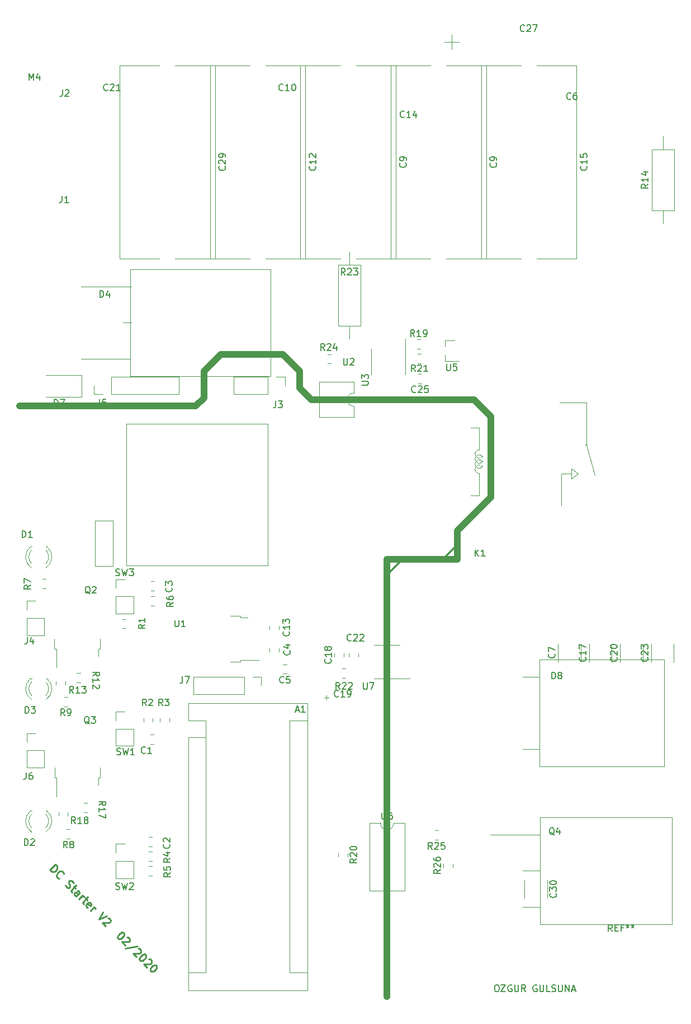
<source format=gto>
G04 #@! TF.GenerationSoftware,KiCad,Pcbnew,5.1.5*
G04 #@! TF.CreationDate,2020-02-13T16:26:20+03:00*
G04 #@! TF.ProjectId,DC-Soft-Starter-V2,44432d53-6f66-4742-9d53-746172746572,rev?*
G04 #@! TF.SameCoordinates,Original*
G04 #@! TF.FileFunction,Legend,Top*
G04 #@! TF.FilePolarity,Positive*
%FSLAX46Y46*%
G04 Gerber Fmt 4.6, Leading zero omitted, Abs format (unit mm)*
G04 Created by KiCad (PCBNEW 5.1.5) date 2020-02-13 16:26:20*
%MOMM*%
%LPD*%
G04 APERTURE LIST*
%ADD10C,0.300000*%
%ADD11C,0.180000*%
%ADD12C,0.220000*%
%ADD13C,0.120000*%
%ADD14C,1.000000*%
%ADD15C,0.150000*%
G04 APERTURE END LIST*
D10*
X79190000Y-93432000D02*
X76650000Y-95972000D01*
X70808000Y-95718000D02*
X68268000Y-98258000D01*
D11*
X84915257Y-160194380D02*
X85105733Y-160194380D01*
X85200971Y-160242000D01*
X85296209Y-160337238D01*
X85343828Y-160527714D01*
X85343828Y-160861047D01*
X85296209Y-161051523D01*
X85200971Y-161146761D01*
X85105733Y-161194380D01*
X84915257Y-161194380D01*
X84820019Y-161146761D01*
X84724780Y-161051523D01*
X84677161Y-160861047D01*
X84677161Y-160527714D01*
X84724780Y-160337238D01*
X84820019Y-160242000D01*
X84915257Y-160194380D01*
X85677161Y-160194380D02*
X86343828Y-160194380D01*
X85677161Y-161194380D01*
X86343828Y-161194380D01*
X87248590Y-160242000D02*
X87153352Y-160194380D01*
X87010495Y-160194380D01*
X86867638Y-160242000D01*
X86772400Y-160337238D01*
X86724780Y-160432476D01*
X86677161Y-160622952D01*
X86677161Y-160765809D01*
X86724780Y-160956285D01*
X86772400Y-161051523D01*
X86867638Y-161146761D01*
X87010495Y-161194380D01*
X87105733Y-161194380D01*
X87248590Y-161146761D01*
X87296209Y-161099142D01*
X87296209Y-160765809D01*
X87105733Y-160765809D01*
X87724780Y-160194380D02*
X87724780Y-161003904D01*
X87772400Y-161099142D01*
X87820019Y-161146761D01*
X87915257Y-161194380D01*
X88105733Y-161194380D01*
X88200971Y-161146761D01*
X88248590Y-161099142D01*
X88296209Y-161003904D01*
X88296209Y-160194380D01*
X89343828Y-161194380D02*
X89010495Y-160718190D01*
X88772400Y-161194380D02*
X88772400Y-160194380D01*
X89153352Y-160194380D01*
X89248590Y-160242000D01*
X89296209Y-160289619D01*
X89343828Y-160384857D01*
X89343828Y-160527714D01*
X89296209Y-160622952D01*
X89248590Y-160670571D01*
X89153352Y-160718190D01*
X88772400Y-160718190D01*
X91058114Y-160242000D02*
X90962876Y-160194380D01*
X90820019Y-160194380D01*
X90677161Y-160242000D01*
X90581923Y-160337238D01*
X90534304Y-160432476D01*
X90486685Y-160622952D01*
X90486685Y-160765809D01*
X90534304Y-160956285D01*
X90581923Y-161051523D01*
X90677161Y-161146761D01*
X90820019Y-161194380D01*
X90915257Y-161194380D01*
X91058114Y-161146761D01*
X91105733Y-161099142D01*
X91105733Y-160765809D01*
X90915257Y-160765809D01*
X91534304Y-160194380D02*
X91534304Y-161003904D01*
X91581923Y-161099142D01*
X91629542Y-161146761D01*
X91724780Y-161194380D01*
X91915257Y-161194380D01*
X92010495Y-161146761D01*
X92058114Y-161099142D01*
X92105733Y-161003904D01*
X92105733Y-160194380D01*
X93058114Y-161194380D02*
X92581923Y-161194380D01*
X92581923Y-160194380D01*
X93343828Y-161146761D02*
X93486685Y-161194380D01*
X93724780Y-161194380D01*
X93820019Y-161146761D01*
X93867638Y-161099142D01*
X93915257Y-161003904D01*
X93915257Y-160908666D01*
X93867638Y-160813428D01*
X93820019Y-160765809D01*
X93724780Y-160718190D01*
X93534304Y-160670571D01*
X93439066Y-160622952D01*
X93391447Y-160575333D01*
X93343828Y-160480095D01*
X93343828Y-160384857D01*
X93391447Y-160289619D01*
X93439066Y-160242000D01*
X93534304Y-160194380D01*
X93772400Y-160194380D01*
X93915257Y-160242000D01*
X94343828Y-160194380D02*
X94343828Y-161003904D01*
X94391447Y-161099142D01*
X94439066Y-161146761D01*
X94534304Y-161194380D01*
X94724780Y-161194380D01*
X94820019Y-161146761D01*
X94867638Y-161099142D01*
X94915257Y-161003904D01*
X94915257Y-160194380D01*
X95391447Y-161194380D02*
X95391447Y-160194380D01*
X95962876Y-161194380D01*
X95962876Y-160194380D01*
X96391447Y-160908666D02*
X96867638Y-160908666D01*
X96296209Y-161194380D02*
X96629542Y-160194380D01*
X96962876Y-161194380D01*
D12*
X17321973Y-142821689D02*
X18170501Y-141973161D01*
X18372532Y-142175191D01*
X18453344Y-142336816D01*
X18453344Y-142498440D01*
X18412938Y-142619658D01*
X18291719Y-142821689D01*
X18170501Y-142942907D01*
X17968471Y-143064126D01*
X17847252Y-143104532D01*
X17685628Y-143104532D01*
X17524004Y-143023719D01*
X17321973Y-142821689D01*
X18736187Y-144074278D02*
X18655374Y-144074278D01*
X18493750Y-143993466D01*
X18412938Y-143912654D01*
X18332126Y-143751029D01*
X18332126Y-143589405D01*
X18372532Y-143468187D01*
X18493750Y-143266156D01*
X18614968Y-143144938D01*
X18816999Y-143023719D01*
X18938217Y-142983313D01*
X19099842Y-142983313D01*
X19261466Y-143064126D01*
X19342278Y-143144938D01*
X19423090Y-143306562D01*
X19423090Y-143387374D01*
X19665527Y-145084431D02*
X19746339Y-145246055D01*
X19948370Y-145448086D01*
X20069588Y-145488492D01*
X20150400Y-145488492D01*
X20271618Y-145448086D01*
X20352431Y-145367273D01*
X20392837Y-145246055D01*
X20392837Y-145165243D01*
X20352431Y-145044025D01*
X20231212Y-144841994D01*
X20190806Y-144720776D01*
X20190806Y-144639964D01*
X20231212Y-144518745D01*
X20312025Y-144437933D01*
X20433243Y-144397527D01*
X20514055Y-144397527D01*
X20635273Y-144437933D01*
X20837304Y-144639964D01*
X20918116Y-144801588D01*
X20918116Y-145286461D02*
X21241365Y-145609710D01*
X21322177Y-145124837D02*
X20594867Y-145852147D01*
X20554461Y-145973365D01*
X20594867Y-146094583D01*
X20675679Y-146175395D01*
X21322177Y-146821893D02*
X21766644Y-146377426D01*
X21807050Y-146256208D01*
X21766644Y-146134989D01*
X21605020Y-145973365D01*
X21483802Y-145932959D01*
X21362583Y-146781487D02*
X21241365Y-146741081D01*
X21039334Y-146539050D01*
X20998928Y-146417832D01*
X21039334Y-146296614D01*
X21120147Y-146215802D01*
X21241365Y-146175395D01*
X21362583Y-146215802D01*
X21564614Y-146417832D01*
X21685832Y-146458238D01*
X21726238Y-147225954D02*
X22291924Y-146660269D01*
X22130299Y-146821893D02*
X22251517Y-146781487D01*
X22332330Y-146781487D01*
X22453548Y-146821893D01*
X22534360Y-146902705D01*
X22695985Y-147064330D02*
X23019233Y-147387578D01*
X23100046Y-146902705D02*
X22372736Y-147630015D01*
X22332330Y-147751233D01*
X22372736Y-147872452D01*
X22453548Y-147953264D01*
X23100046Y-148518949D02*
X22978827Y-148478543D01*
X22817203Y-148316919D01*
X22776797Y-148195701D01*
X22817203Y-148074482D01*
X23140452Y-147751233D01*
X23261670Y-147710827D01*
X23382888Y-147751233D01*
X23544513Y-147912858D01*
X23584919Y-148034076D01*
X23544513Y-148155294D01*
X23463701Y-148236107D01*
X22978827Y-147912858D01*
X23463701Y-148963416D02*
X24029386Y-148397731D01*
X23867762Y-148559355D02*
X23988980Y-148518949D01*
X24069792Y-148518949D01*
X24191010Y-148559355D01*
X24271823Y-148640168D01*
X25362787Y-149165447D02*
X24797102Y-150296818D01*
X25928473Y-149731132D01*
X26090097Y-150054381D02*
X26170909Y-150054381D01*
X26292128Y-150094787D01*
X26494158Y-150296818D01*
X26534564Y-150418036D01*
X26534564Y-150498848D01*
X26494158Y-150620067D01*
X26413346Y-150700879D01*
X26251722Y-150781691D01*
X25281975Y-150781691D01*
X25807254Y-151306970D01*
X28474057Y-152276717D02*
X28554869Y-152357529D01*
X28595275Y-152478747D01*
X28595275Y-152559560D01*
X28554869Y-152680778D01*
X28433651Y-152882808D01*
X28231621Y-153084839D01*
X28029590Y-153206057D01*
X27908372Y-153246463D01*
X27827560Y-153246463D01*
X27706341Y-153206057D01*
X27625529Y-153125245D01*
X27585123Y-153004027D01*
X27585123Y-152923214D01*
X27625529Y-152801996D01*
X27746747Y-152599966D01*
X27948778Y-152397935D01*
X28150808Y-152276717D01*
X28272027Y-152236311D01*
X28352839Y-152236311D01*
X28474057Y-152276717D01*
X28999336Y-152963621D02*
X29080149Y-152963621D01*
X29201367Y-153004027D01*
X29403397Y-153206057D01*
X29443804Y-153327275D01*
X29443804Y-153408088D01*
X29403397Y-153529306D01*
X29322585Y-153610118D01*
X29160961Y-153690930D01*
X28191214Y-153690930D01*
X28716494Y-154216210D01*
X30575174Y-154297022D02*
X28756900Y-154660677D01*
X30696393Y-154660677D02*
X30777205Y-154660677D01*
X30898423Y-154701083D01*
X31100454Y-154903113D01*
X31140860Y-155024332D01*
X31140860Y-155105144D01*
X31100454Y-155226362D01*
X31019642Y-155307174D01*
X30858017Y-155387987D01*
X29888271Y-155387987D01*
X30413550Y-155913266D01*
X31787357Y-155590017D02*
X31868170Y-155670829D01*
X31908576Y-155792048D01*
X31908576Y-155872860D01*
X31868170Y-155994078D01*
X31746951Y-156196109D01*
X31544921Y-156398139D01*
X31342890Y-156519357D01*
X31221672Y-156559764D01*
X31140860Y-156559764D01*
X31019642Y-156519357D01*
X30938829Y-156438545D01*
X30898423Y-156317327D01*
X30898423Y-156236515D01*
X30938829Y-156115296D01*
X31060048Y-155913266D01*
X31262078Y-155711235D01*
X31464109Y-155590017D01*
X31585327Y-155549611D01*
X31666139Y-155549611D01*
X31787357Y-155590017D01*
X32312637Y-156276921D02*
X32393449Y-156276921D01*
X32514667Y-156317327D01*
X32716698Y-156519357D01*
X32757104Y-156640576D01*
X32757104Y-156721388D01*
X32716698Y-156842606D01*
X32635886Y-156923418D01*
X32474261Y-157004231D01*
X31504515Y-157004231D01*
X32029794Y-157529510D01*
X33403602Y-157206261D02*
X33484414Y-157287073D01*
X33524820Y-157408292D01*
X33524820Y-157489104D01*
X33484414Y-157610322D01*
X33363195Y-157812353D01*
X33161165Y-158014383D01*
X32959134Y-158135602D01*
X32837916Y-158176008D01*
X32757104Y-158176008D01*
X32635886Y-158135602D01*
X32555073Y-158054789D01*
X32514667Y-157933571D01*
X32514667Y-157852759D01*
X32555073Y-157731541D01*
X32676292Y-157529510D01*
X32878322Y-157327480D01*
X33080353Y-157206261D01*
X33201571Y-157165855D01*
X33282383Y-157165855D01*
X33403602Y-157206261D01*
D13*
X28898000Y-75321800D02*
X28898000Y-96784800D01*
X28898000Y-96784800D02*
X50297500Y-96784800D01*
X50297500Y-96784800D02*
X50297500Y-75321800D01*
X50297500Y-75321800D02*
X28898000Y-75321800D01*
X24199000Y-96848300D02*
X24199000Y-89990300D01*
X24199000Y-89990300D02*
X26866000Y-89990300D01*
X26866000Y-89990300D02*
X26866000Y-96848300D01*
X26866000Y-96848300D02*
X24199000Y-96848300D01*
D14*
X79048000Y-91484800D02*
X79048000Y-95802800D01*
X79048000Y-91484800D02*
X81588000Y-88944800D01*
X81588000Y-88944800D02*
X84128000Y-86404800D01*
X79048000Y-95802800D02*
X68380000Y-95802800D01*
X68380000Y-161910400D02*
X68380000Y-95802800D01*
X84128000Y-74212800D02*
X84128000Y-86404800D01*
X81588000Y-71672800D02*
X84128000Y-74212800D01*
X55172000Y-69894800D02*
X56950000Y-71672800D01*
X52632000Y-64814800D02*
X55172000Y-67354800D01*
X39439000Y-72654800D02*
X40694000Y-71418800D01*
X40694000Y-67354800D02*
X43234000Y-64814800D01*
X56950000Y-71672800D02*
X81588000Y-71672800D01*
X55172000Y-67354800D02*
X55172000Y-69894800D01*
X43234000Y-64814800D02*
X52632000Y-64814800D01*
X40694000Y-67354800D02*
X40694000Y-71418800D01*
X12769000Y-72654800D02*
X39439000Y-72654800D01*
D13*
X88684000Y-50360800D02*
X82649000Y-50360800D01*
X97089000Y-50360800D02*
X91054000Y-50360800D01*
X88684000Y-21120800D02*
X82649000Y-21120800D01*
X97089000Y-21120800D02*
X91054000Y-21120800D01*
X82649000Y-21120800D02*
X82649000Y-50360800D01*
X97089000Y-21120800D02*
X97089000Y-50360800D01*
X69714000Y-21124500D02*
X69714000Y-50364500D01*
X55274000Y-21124500D02*
X55274000Y-50364500D01*
X69714000Y-21124500D02*
X63679000Y-21124500D01*
X61309000Y-21124500D02*
X55274000Y-21124500D01*
X69714000Y-50364500D02*
X63679000Y-50364500D01*
X61309000Y-50364500D02*
X55274000Y-50364500D01*
X33934000Y-50360800D02*
X27899000Y-50360800D01*
X42339000Y-50360800D02*
X36304000Y-50360800D01*
X33934000Y-21120800D02*
X27899000Y-21120800D01*
X42339000Y-21120800D02*
X36304000Y-21120800D01*
X27899000Y-21120800D02*
X27899000Y-50360800D01*
X42339000Y-21120800D02*
X42339000Y-50360800D01*
X62680000Y-62470800D02*
X62680000Y-60510800D01*
X62680000Y-49310800D02*
X62680000Y-51270800D01*
X64400000Y-60510800D02*
X64400000Y-51270800D01*
X60960000Y-60510800D02*
X64400000Y-60510800D01*
X60960000Y-51270800D02*
X60960000Y-60510800D01*
X64400000Y-51270800D02*
X60960000Y-51270800D01*
X91460000Y-110970800D02*
X91460000Y-127110800D01*
X110364000Y-110970800D02*
X110364000Y-127110800D01*
X110364000Y-110970800D02*
X91460000Y-110970800D01*
X110364000Y-127110800D02*
X91460000Y-127110800D01*
X91460000Y-113590800D02*
X88900000Y-113590800D01*
X91460000Y-124490800D02*
X88900000Y-124490800D01*
X91540000Y-134870800D02*
X91540000Y-151010800D01*
X111587000Y-134870800D02*
X111587000Y-151010800D01*
X111587000Y-134870800D02*
X91540000Y-134870800D01*
X111587000Y-151010800D02*
X91540000Y-151010800D01*
X91540000Y-137490800D02*
X84040000Y-137490800D01*
X91540000Y-142940800D02*
X88980000Y-142940800D01*
X91540000Y-148390800D02*
X88980000Y-148390800D01*
X58905759Y-116739000D02*
X59535759Y-116739000D01*
X59220759Y-116424000D02*
X59220759Y-117054000D01*
X92647500Y-144306248D02*
X92647500Y-147078752D01*
X89227500Y-144306248D02*
X89227500Y-147078752D01*
X68380000Y-108736800D02*
X66430000Y-108736800D01*
X68380000Y-108736800D02*
X70330000Y-108736800D01*
X68380000Y-113856800D02*
X66430000Y-113856800D01*
X68380000Y-113856800D02*
X71830000Y-113856800D01*
X29538000Y-68110800D02*
X29538000Y-51970800D01*
X50728000Y-68110800D02*
X50728000Y-51970800D01*
X29538000Y-68110800D02*
X50728000Y-68110800D01*
X29538000Y-51970800D02*
X50728000Y-51970800D01*
X22038000Y-65490800D02*
X29538000Y-65490800D01*
X28388000Y-60040800D02*
X29658000Y-60040800D01*
X22038000Y-54590800D02*
X29658000Y-54590800D01*
X46165000Y-104667600D02*
X47265000Y-104667600D01*
X46165000Y-104397600D02*
X46165000Y-104667600D01*
X44665000Y-104397600D02*
X46165000Y-104397600D01*
X46165000Y-111027600D02*
X48995000Y-111027600D01*
X46165000Y-111297600D02*
X46165000Y-111027600D01*
X44665000Y-111297600D02*
X46165000Y-111297600D01*
X24668000Y-128862800D02*
X24668000Y-129962800D01*
X24938000Y-128862800D02*
X24668000Y-128862800D01*
X24938000Y-127362800D02*
X24938000Y-128862800D01*
X18308000Y-128862800D02*
X18308000Y-131692800D01*
X18038000Y-128862800D02*
X18308000Y-128862800D01*
X18038000Y-127362800D02*
X18038000Y-128862800D01*
X24656000Y-109342800D02*
X24656000Y-110442800D01*
X24926000Y-109342800D02*
X24656000Y-109342800D01*
X24926000Y-107842800D02*
X24926000Y-109342800D01*
X18296000Y-109342800D02*
X18296000Y-112172800D01*
X18026000Y-109342800D02*
X18296000Y-109342800D01*
X18026000Y-107842800D02*
X18026000Y-109342800D01*
X82857802Y-81812530D02*
G75*
G03X82350002Y-82828797I-507800J-381267D01*
G01*
X82857800Y-80289067D02*
G75*
G02X82350000Y-79272800I-507800J381267D01*
G01*
X82350000Y-79272800D02*
X82350000Y-75945400D01*
X82350002Y-86156197D02*
X82350002Y-82828797D01*
X82858266Y-81812444D02*
G75*
G02X82858001Y-81050798I-508264J380646D01*
G01*
X82858265Y-81050445D02*
G75*
G02X82858000Y-80288799I-508264J380646D01*
G01*
X82350000Y-86156200D02*
X81080000Y-86156200D01*
X81080000Y-75945400D02*
X82350000Y-75945400D01*
X98733000Y-78510800D02*
G75*
G03X98733000Y-78510800I-127000J0D01*
G01*
X96320000Y-82066800D02*
X96320000Y-83590800D01*
X96320000Y-83590800D02*
X97336000Y-82828800D01*
X97336000Y-82828800D02*
X96320000Y-82066800D01*
X94756000Y-87654800D02*
X94756000Y-82828800D01*
X98606000Y-78510800D02*
X99825200Y-83082800D01*
X98606000Y-78510800D02*
X98606000Y-72150800D01*
X98606000Y-72150800D02*
X94542000Y-72150800D01*
X94756000Y-82828800D02*
X96320000Y-82828800D01*
X72947422Y-64000800D02*
X73464578Y-64000800D01*
X72947422Y-62580800D02*
X73464578Y-62580800D01*
X45208000Y-68224800D02*
X45208000Y-70884800D01*
X50348000Y-68224800D02*
X45208000Y-68224800D01*
X50348000Y-70884800D02*
X45208000Y-70884800D01*
X50348000Y-68224800D02*
X50348000Y-70884800D01*
X51618000Y-68224800D02*
X52948000Y-68224800D01*
X52948000Y-68224800D02*
X52948000Y-69554800D01*
X24008000Y-70884800D02*
X24008000Y-69554800D01*
X25338000Y-70884800D02*
X24008000Y-70884800D01*
X26608000Y-70884800D02*
X26608000Y-68224800D01*
X26608000Y-68224800D02*
X36828000Y-68224800D01*
X26608000Y-70884800D02*
X36828000Y-70884800D01*
X36828000Y-70884800D02*
X36828000Y-68224800D01*
X20048000Y-134613378D02*
X20048000Y-134096222D01*
X18628000Y-134613378D02*
X18628000Y-134096222D01*
X79291337Y-17569800D02*
X77091337Y-17569800D01*
X78191337Y-18669800D02*
X78191337Y-16469800D01*
X74996500Y-50360800D02*
X68961500Y-50360800D01*
X83401500Y-50360800D02*
X77366500Y-50360800D01*
X74996500Y-21120800D02*
X68961500Y-21120800D01*
X83401500Y-21120800D02*
X77366500Y-21120800D01*
X68961500Y-21120800D02*
X68961500Y-50360800D01*
X83401500Y-21120800D02*
X83401500Y-50360800D01*
X47621500Y-50364500D02*
X41586500Y-50364500D01*
X56026500Y-50364500D02*
X49991500Y-50364500D01*
X47621500Y-21124500D02*
X41586500Y-21124500D01*
X56026500Y-21124500D02*
X49991500Y-21124500D01*
X41586500Y-21124500D02*
X41586500Y-50364500D01*
X56026500Y-21124500D02*
X56026500Y-50364500D01*
X40958000Y-122760800D02*
X40958000Y-120220800D01*
X40958000Y-120220800D02*
X38288000Y-120220800D01*
X38288000Y-122760800D02*
X38288000Y-160990800D01*
X38288000Y-117550800D02*
X38288000Y-120220800D01*
X53658000Y-120220800D02*
X56328000Y-120220800D01*
X53658000Y-120220800D02*
X53658000Y-158320800D01*
X53658000Y-158320800D02*
X56328000Y-158320800D01*
X40958000Y-122760800D02*
X38288000Y-122760800D01*
X40958000Y-122760800D02*
X40958000Y-158320800D01*
X40958000Y-158320800D02*
X38288000Y-158320800D01*
X38288000Y-160990800D02*
X56328000Y-160990800D01*
X56328000Y-160990800D02*
X56328000Y-117550800D01*
X56328000Y-117550800D02*
X38288000Y-117550800D01*
X33055078Y-123764800D02*
X32537922Y-123764800D01*
X33055078Y-122344800D02*
X32537922Y-122344800D01*
X32796578Y-137844800D02*
X32279422Y-137844800D01*
X32796578Y-139264800D02*
X32279422Y-139264800D01*
X33145078Y-100576800D02*
X32627922Y-100576800D01*
X33145078Y-99156800D02*
X32627922Y-99156800D01*
X52025000Y-109288522D02*
X52025000Y-109805678D01*
X50605000Y-109288522D02*
X50605000Y-109805678D01*
X53176078Y-113129600D02*
X52658922Y-113129600D01*
X53176078Y-111709600D02*
X52658922Y-111709600D01*
X52025000Y-106406678D02*
X52025000Y-105889522D01*
X50605000Y-106406678D02*
X50605000Y-105889522D01*
X60431000Y-110539378D02*
X60431000Y-110022222D01*
X61851000Y-110539378D02*
X61851000Y-110022222D01*
X62590000Y-110539378D02*
X62590000Y-110022222D01*
X64010000Y-110539378D02*
X64010000Y-110022222D01*
X16718608Y-97129135D02*
G75*
G03X16875516Y-93896800I-1078608J1672335D01*
G01*
X14561392Y-97129135D02*
G75*
G02X14404484Y-93896800I1078608J1672335D01*
G01*
X16719837Y-96497930D02*
G75*
G03X16720000Y-94415839I-1079837J1041130D01*
G01*
X14560163Y-96497930D02*
G75*
G02X14560000Y-94415839I1079837J1041130D01*
G01*
X16876000Y-93896800D02*
X16720000Y-93896800D01*
X14560000Y-93896800D02*
X14404000Y-93896800D01*
X14560000Y-133830800D02*
X14404000Y-133830800D01*
X16876000Y-133830800D02*
X16720000Y-133830800D01*
X14560163Y-136431930D02*
G75*
G02X14560000Y-134349839I1079837J1041130D01*
G01*
X16719837Y-136431930D02*
G75*
G03X16720000Y-134349839I-1079837J1041130D01*
G01*
X14561392Y-137063135D02*
G75*
G02X14404484Y-133830800I1078608J1672335D01*
G01*
X16718608Y-137063135D02*
G75*
G03X16875516Y-133830800I-1078608J1672335D01*
G01*
X16718608Y-117063135D02*
G75*
G03X16875516Y-113830800I-1078608J1672335D01*
G01*
X14561392Y-117063135D02*
G75*
G02X14404484Y-113830800I1078608J1672335D01*
G01*
X16719837Y-116431930D02*
G75*
G03X16720000Y-114349839I-1079837J1041130D01*
G01*
X14560163Y-116431930D02*
G75*
G02X14560000Y-114349839I1079837J1041130D01*
G01*
X16876000Y-113830800D02*
X16720000Y-113830800D01*
X14560000Y-113830800D02*
X14404000Y-113830800D01*
X22123000Y-71290800D02*
X22123000Y-67990800D01*
X22123000Y-67990800D02*
X16723000Y-67990800D01*
X22123000Y-71290800D02*
X16723000Y-71290800D01*
X13802000Y-107322800D02*
X16462000Y-107322800D01*
X13802000Y-104722800D02*
X13802000Y-107322800D01*
X16462000Y-104722800D02*
X16462000Y-107322800D01*
X13802000Y-104722800D02*
X16462000Y-104722800D01*
X13802000Y-103452800D02*
X13802000Y-102122800D01*
X13802000Y-102122800D02*
X15132000Y-102122800D01*
X13802000Y-122122800D02*
X15132000Y-122122800D01*
X13802000Y-123452800D02*
X13802000Y-122122800D01*
X13802000Y-124722800D02*
X16462000Y-124722800D01*
X16462000Y-124722800D02*
X16462000Y-127322800D01*
X13802000Y-124722800D02*
X13802000Y-127322800D01*
X13802000Y-127322800D02*
X16462000Y-127322800D01*
X39059200Y-113573600D02*
X39059200Y-116233600D01*
X46739200Y-113573600D02*
X39059200Y-113573600D01*
X46739200Y-116233600D02*
X39059200Y-116233600D01*
X46739200Y-113573600D02*
X46739200Y-116233600D01*
X48009200Y-113573600D02*
X49339200Y-113573600D01*
X49339200Y-113573600D02*
X49339200Y-114903600D01*
X28796578Y-104844800D02*
X28279422Y-104844800D01*
X28796578Y-106264800D02*
X28279422Y-106264800D01*
X32920000Y-120356878D02*
X32920000Y-119839722D01*
X31500000Y-120356878D02*
X31500000Y-119839722D01*
X35398000Y-119839722D02*
X35398000Y-120356878D01*
X33978000Y-119839722D02*
X33978000Y-120356878D01*
X32796578Y-141464800D02*
X32279422Y-141464800D01*
X32796578Y-140044800D02*
X32279422Y-140044800D01*
X32279422Y-143664800D02*
X32796578Y-143664800D01*
X32279422Y-142244800D02*
X32796578Y-142244800D01*
X32627922Y-101442800D02*
X33145078Y-101442800D01*
X32627922Y-102862800D02*
X33145078Y-102862800D01*
X16739078Y-100220800D02*
X16221922Y-100220800D01*
X16739078Y-98800800D02*
X16221922Y-98800800D01*
X20396578Y-138064800D02*
X19879422Y-138064800D01*
X20396578Y-136644800D02*
X19879422Y-136644800D01*
X19996578Y-116644800D02*
X19479422Y-116644800D01*
X19996578Y-118064800D02*
X19479422Y-118064800D01*
X21416922Y-114464800D02*
X21934078Y-114464800D01*
X21416922Y-113044800D02*
X21934078Y-113044800D01*
X18228000Y-114813378D02*
X18228000Y-114296222D01*
X19648000Y-114813378D02*
X19648000Y-114296222D01*
X108468000Y-43054800D02*
X111908000Y-43054800D01*
X111908000Y-43054800D02*
X111908000Y-33814800D01*
X111908000Y-33814800D02*
X108468000Y-33814800D01*
X108468000Y-33814800D02*
X108468000Y-43054800D01*
X110188000Y-45014800D02*
X110188000Y-43054800D01*
X110188000Y-31854800D02*
X110188000Y-33814800D01*
X22479422Y-134064800D02*
X22996578Y-134064800D01*
X22479422Y-132644800D02*
X22996578Y-132644800D01*
X60978000Y-140233722D02*
X60978000Y-140750878D01*
X62398000Y-140233722D02*
X62398000Y-140750878D01*
X73543078Y-66159800D02*
X73025922Y-66159800D01*
X73543078Y-64739800D02*
X73025922Y-64739800D01*
X62113078Y-113784800D02*
X61595922Y-113784800D01*
X62113078Y-112364800D02*
X61595922Y-112364800D01*
X59358422Y-64803300D02*
X59875578Y-64803300D01*
X59358422Y-66223300D02*
X59875578Y-66223300D01*
X76134078Y-136844800D02*
X75616922Y-136844800D01*
X76134078Y-138264800D02*
X75616922Y-138264800D01*
X76956000Y-142375878D02*
X76956000Y-141858722D01*
X78376000Y-142375878D02*
X78376000Y-141858722D01*
X27324000Y-118846800D02*
X28654000Y-118846800D01*
X27324000Y-120176800D02*
X27324000Y-118846800D01*
X27324000Y-121446800D02*
X29984000Y-121446800D01*
X29984000Y-121446800D02*
X29984000Y-124046800D01*
X27324000Y-121446800D02*
X27324000Y-124046800D01*
X27324000Y-124046800D02*
X29984000Y-124046800D01*
X27324000Y-138846800D02*
X28654000Y-138846800D01*
X27324000Y-140176800D02*
X27324000Y-138846800D01*
X27324000Y-141446800D02*
X29984000Y-141446800D01*
X29984000Y-141446800D02*
X29984000Y-144046800D01*
X27324000Y-141446800D02*
X27324000Y-144046800D01*
X27324000Y-144046800D02*
X29984000Y-144046800D01*
X27324000Y-104046800D02*
X29984000Y-104046800D01*
X27324000Y-101446800D02*
X27324000Y-104046800D01*
X29984000Y-101446800D02*
X29984000Y-104046800D01*
X27324000Y-101446800D02*
X29984000Y-101446800D01*
X27324000Y-100176800D02*
X27324000Y-98846800D01*
X27324000Y-98846800D02*
X28654000Y-98846800D01*
X63360000Y-72672800D02*
G75*
G02X63360000Y-70672800I0J1000000D01*
G01*
X63360000Y-70672800D02*
X63360000Y-69022800D01*
X63360000Y-69022800D02*
X58160000Y-69022800D01*
X58160000Y-69022800D02*
X58160000Y-74322800D01*
X58160000Y-74322800D02*
X63360000Y-74322800D01*
X63360000Y-74322800D02*
X63360000Y-72672800D01*
X71130500Y-65957800D02*
X71130500Y-62507800D01*
X71130500Y-65957800D02*
X71130500Y-67907800D01*
X66010500Y-65957800D02*
X66010500Y-64007800D01*
X66010500Y-65957800D02*
X66010500Y-67907800D01*
X77145000Y-62726800D02*
X77145000Y-63656800D01*
X77145000Y-65886800D02*
X77145000Y-64956800D01*
X77145000Y-65886800D02*
X79305000Y-65886800D01*
X77145000Y-62726800D02*
X78605000Y-62726800D01*
X69395000Y-135698800D02*
G75*
G02X67395000Y-135698800I-1000000J0D01*
G01*
X67395000Y-135698800D02*
X65745000Y-135698800D01*
X65745000Y-135698800D02*
X65745000Y-145978800D01*
X65745000Y-145978800D02*
X71045000Y-145978800D01*
X71045000Y-145978800D02*
X71045000Y-135698800D01*
X71045000Y-135698800D02*
X69395000Y-135698800D01*
X73640078Y-69207800D02*
X73122922Y-69207800D01*
X73640078Y-67787800D02*
X73122922Y-67787800D01*
X94307500Y-111349752D02*
X94307500Y-108577248D01*
X97727500Y-111349752D02*
X97727500Y-108577248D01*
X102426500Y-111370252D02*
X102426500Y-108597748D01*
X99006500Y-111370252D02*
X99006500Y-108597748D01*
X107125500Y-111370252D02*
X107125500Y-108597748D01*
X103705500Y-111370252D02*
X103705500Y-108597748D01*
X108404500Y-111370252D02*
X108404500Y-108597748D01*
X111824500Y-111370252D02*
X111824500Y-108597748D01*
D15*
X89195142Y-15911942D02*
X89147523Y-15959561D01*
X89004666Y-16007180D01*
X88909428Y-16007180D01*
X88766571Y-15959561D01*
X88671333Y-15864323D01*
X88623714Y-15769085D01*
X88576095Y-15578609D01*
X88576095Y-15435752D01*
X88623714Y-15245276D01*
X88671333Y-15150038D01*
X88766571Y-15054800D01*
X88909428Y-15007180D01*
X89004666Y-15007180D01*
X89147523Y-15054800D01*
X89195142Y-15102419D01*
X89576095Y-15102419D02*
X89623714Y-15054800D01*
X89718952Y-15007180D01*
X89957047Y-15007180D01*
X90052285Y-15054800D01*
X90099904Y-15102419D01*
X90147523Y-15197657D01*
X90147523Y-15292895D01*
X90099904Y-15435752D01*
X89528476Y-16007180D01*
X90147523Y-16007180D01*
X90480857Y-15007180D02*
X91147523Y-15007180D01*
X90718952Y-16007180D01*
X70990073Y-28919942D02*
X70942454Y-28967561D01*
X70799597Y-29015180D01*
X70704359Y-29015180D01*
X70561502Y-28967561D01*
X70466264Y-28872323D01*
X70418645Y-28777085D01*
X70371026Y-28586609D01*
X70371026Y-28443752D01*
X70418645Y-28253276D01*
X70466264Y-28158038D01*
X70561502Y-28062800D01*
X70704359Y-28015180D01*
X70799597Y-28015180D01*
X70942454Y-28062800D01*
X70990073Y-28110419D01*
X71942454Y-29015180D02*
X71371026Y-29015180D01*
X71656740Y-29015180D02*
X71656740Y-28015180D01*
X71561502Y-28158038D01*
X71466264Y-28253276D01*
X71371026Y-28300895D01*
X72799597Y-28348514D02*
X72799597Y-29015180D01*
X72561502Y-27967561D02*
X72323407Y-28681847D01*
X72942454Y-28681847D01*
X52630142Y-24857942D02*
X52582523Y-24905561D01*
X52439666Y-24953180D01*
X52344428Y-24953180D01*
X52201571Y-24905561D01*
X52106333Y-24810323D01*
X52058714Y-24715085D01*
X52011095Y-24524609D01*
X52011095Y-24381752D01*
X52058714Y-24191276D01*
X52106333Y-24096038D01*
X52201571Y-24000800D01*
X52344428Y-23953180D01*
X52439666Y-23953180D01*
X52582523Y-24000800D01*
X52630142Y-24048419D01*
X53582523Y-24953180D02*
X53011095Y-24953180D01*
X53296809Y-24953180D02*
X53296809Y-23953180D01*
X53201571Y-24096038D01*
X53106333Y-24191276D01*
X53011095Y-24238895D01*
X54201571Y-23953180D02*
X54296809Y-23953180D01*
X54392047Y-24000800D01*
X54439666Y-24048419D01*
X54487285Y-24143657D01*
X54534904Y-24334133D01*
X54534904Y-24572228D01*
X54487285Y-24762704D01*
X54439666Y-24857942D01*
X54392047Y-24905561D01*
X54296809Y-24953180D01*
X54201571Y-24953180D01*
X54106333Y-24905561D01*
X54058714Y-24857942D01*
X54011095Y-24762704D01*
X53963476Y-24572228D01*
X53963476Y-24334133D01*
X54011095Y-24143657D01*
X54058714Y-24048419D01*
X54106333Y-24000800D01*
X54201571Y-23953180D01*
X98576142Y-36383657D02*
X98623761Y-36431276D01*
X98671380Y-36574133D01*
X98671380Y-36669371D01*
X98623761Y-36812228D01*
X98528523Y-36907466D01*
X98433285Y-36955085D01*
X98242809Y-37002704D01*
X98099952Y-37002704D01*
X97909476Y-36955085D01*
X97814238Y-36907466D01*
X97719000Y-36812228D01*
X97671380Y-36669371D01*
X97671380Y-36574133D01*
X97719000Y-36431276D01*
X97766619Y-36383657D01*
X98671380Y-35431276D02*
X98671380Y-36002704D01*
X98671380Y-35716990D02*
X97671380Y-35716990D01*
X97814238Y-35812228D01*
X97909476Y-35907466D01*
X97957095Y-36002704D01*
X97671380Y-34526514D02*
X97671380Y-35002704D01*
X98147571Y-35050323D01*
X98099952Y-35002704D01*
X98052333Y-34907466D01*
X98052333Y-34669371D01*
X98099952Y-34574133D01*
X98147571Y-34526514D01*
X98242809Y-34478895D01*
X98480904Y-34478895D01*
X98576142Y-34526514D01*
X98623761Y-34574133D01*
X98671380Y-34669371D01*
X98671380Y-34907466D01*
X98623761Y-35002704D01*
X98576142Y-35050323D01*
X71201142Y-35911166D02*
X71248761Y-35958785D01*
X71296380Y-36101642D01*
X71296380Y-36196880D01*
X71248761Y-36339738D01*
X71153523Y-36434976D01*
X71058285Y-36482595D01*
X70867809Y-36530214D01*
X70724952Y-36530214D01*
X70534476Y-36482595D01*
X70439238Y-36434976D01*
X70344000Y-36339738D01*
X70296380Y-36196880D01*
X70296380Y-36101642D01*
X70344000Y-35958785D01*
X70391619Y-35911166D01*
X71296380Y-35434976D02*
X71296380Y-35244500D01*
X71248761Y-35149261D01*
X71201142Y-35101642D01*
X71058285Y-35006404D01*
X70867809Y-34958785D01*
X70486857Y-34958785D01*
X70391619Y-35006404D01*
X70344000Y-35054023D01*
X70296380Y-35149261D01*
X70296380Y-35339738D01*
X70344000Y-35434976D01*
X70391619Y-35482595D01*
X70486857Y-35530214D01*
X70724952Y-35530214D01*
X70820190Y-35482595D01*
X70867809Y-35434976D01*
X70915428Y-35339738D01*
X70915428Y-35149261D01*
X70867809Y-35054023D01*
X70820190Y-35006404D01*
X70724952Y-34958785D01*
X43826142Y-36383657D02*
X43873761Y-36431276D01*
X43921380Y-36574133D01*
X43921380Y-36669371D01*
X43873761Y-36812228D01*
X43778523Y-36907466D01*
X43683285Y-36955085D01*
X43492809Y-37002704D01*
X43349952Y-37002704D01*
X43159476Y-36955085D01*
X43064238Y-36907466D01*
X42969000Y-36812228D01*
X42921380Y-36669371D01*
X42921380Y-36574133D01*
X42969000Y-36431276D01*
X43016619Y-36383657D01*
X43016619Y-36002704D02*
X42969000Y-35955085D01*
X42921380Y-35859847D01*
X42921380Y-35621752D01*
X42969000Y-35526514D01*
X43016619Y-35478895D01*
X43111857Y-35431276D01*
X43207095Y-35431276D01*
X43349952Y-35478895D01*
X43921380Y-36050323D01*
X43921380Y-35431276D01*
X43921380Y-34955085D02*
X43921380Y-34764609D01*
X43873761Y-34669371D01*
X43826142Y-34621752D01*
X43683285Y-34526514D01*
X43492809Y-34478895D01*
X43111857Y-34478895D01*
X43016619Y-34526514D01*
X42969000Y-34574133D01*
X42921380Y-34669371D01*
X42921380Y-34859847D01*
X42969000Y-34955085D01*
X43016619Y-35002704D01*
X43111857Y-35050323D01*
X43349952Y-35050323D01*
X43445190Y-35002704D01*
X43492809Y-34955085D01*
X43540428Y-34859847D01*
X43540428Y-34669371D01*
X43492809Y-34574133D01*
X43445190Y-34526514D01*
X43349952Y-34478895D01*
X62037142Y-52837980D02*
X61703809Y-52361790D01*
X61465714Y-52837980D02*
X61465714Y-51837980D01*
X61846666Y-51837980D01*
X61941904Y-51885600D01*
X61989523Y-51933219D01*
X62037142Y-52028457D01*
X62037142Y-52171314D01*
X61989523Y-52266552D01*
X61941904Y-52314171D01*
X61846666Y-52361790D01*
X61465714Y-52361790D01*
X62418095Y-51933219D02*
X62465714Y-51885600D01*
X62560952Y-51837980D01*
X62799047Y-51837980D01*
X62894285Y-51885600D01*
X62941904Y-51933219D01*
X62989523Y-52028457D01*
X62989523Y-52123695D01*
X62941904Y-52266552D01*
X62370476Y-52837980D01*
X62989523Y-52837980D01*
X63322857Y-51837980D02*
X63941904Y-51837980D01*
X63608571Y-52218933D01*
X63751428Y-52218933D01*
X63846666Y-52266552D01*
X63894285Y-52314171D01*
X63941904Y-52409409D01*
X63941904Y-52647504D01*
X63894285Y-52742742D01*
X63846666Y-52790361D01*
X63751428Y-52837980D01*
X63465714Y-52837980D01*
X63370476Y-52790361D01*
X63322857Y-52742742D01*
X93336304Y-113899580D02*
X93336304Y-112899580D01*
X93574400Y-112899580D01*
X93717257Y-112947200D01*
X93812495Y-113042438D01*
X93860114Y-113137676D01*
X93907733Y-113328152D01*
X93907733Y-113471009D01*
X93860114Y-113661485D01*
X93812495Y-113756723D01*
X93717257Y-113851961D01*
X93574400Y-113899580D01*
X93336304Y-113899580D01*
X94479161Y-113328152D02*
X94383923Y-113280533D01*
X94336304Y-113232914D01*
X94288685Y-113137676D01*
X94288685Y-113090057D01*
X94336304Y-112994819D01*
X94383923Y-112947200D01*
X94479161Y-112899580D01*
X94669638Y-112899580D01*
X94764876Y-112947200D01*
X94812495Y-112994819D01*
X94860114Y-113090057D01*
X94860114Y-113137676D01*
X94812495Y-113232914D01*
X94764876Y-113280533D01*
X94669638Y-113328152D01*
X94479161Y-113328152D01*
X94383923Y-113375771D01*
X94336304Y-113423390D01*
X94288685Y-113518628D01*
X94288685Y-113709104D01*
X94336304Y-113804342D01*
X94383923Y-113851961D01*
X94479161Y-113899580D01*
X94669638Y-113899580D01*
X94764876Y-113851961D01*
X94812495Y-113804342D01*
X94860114Y-113709104D01*
X94860114Y-113518628D01*
X94812495Y-113423390D01*
X94764876Y-113375771D01*
X94669638Y-113328152D01*
X93725161Y-137515219D02*
X93629923Y-137467600D01*
X93534685Y-137372361D01*
X93391828Y-137229504D01*
X93296590Y-137181885D01*
X93201352Y-137181885D01*
X93248971Y-137419980D02*
X93153733Y-137372361D01*
X93058495Y-137277123D01*
X93010876Y-137086647D01*
X93010876Y-136753314D01*
X93058495Y-136562838D01*
X93153733Y-136467600D01*
X93248971Y-136419980D01*
X93439447Y-136419980D01*
X93534685Y-136467600D01*
X93629923Y-136562838D01*
X93677542Y-136753314D01*
X93677542Y-137086647D01*
X93629923Y-137277123D01*
X93534685Y-137372361D01*
X93439447Y-137419980D01*
X93248971Y-137419980D01*
X94534685Y-136753314D02*
X94534685Y-137419980D01*
X94296590Y-136372361D02*
X94058495Y-137086647D01*
X94677542Y-137086647D01*
X61021142Y-116522142D02*
X60973523Y-116569761D01*
X60830666Y-116617380D01*
X60735428Y-116617380D01*
X60592571Y-116569761D01*
X60497333Y-116474523D01*
X60449714Y-116379285D01*
X60402095Y-116188809D01*
X60402095Y-116045952D01*
X60449714Y-115855476D01*
X60497333Y-115760238D01*
X60592571Y-115665000D01*
X60735428Y-115617380D01*
X60830666Y-115617380D01*
X60973523Y-115665000D01*
X61021142Y-115712619D01*
X61973523Y-116617380D02*
X61402095Y-116617380D01*
X61687809Y-116617380D02*
X61687809Y-115617380D01*
X61592571Y-115760238D01*
X61497333Y-115855476D01*
X61402095Y-115903095D01*
X62449714Y-116617380D02*
X62640190Y-116617380D01*
X62735428Y-116569761D01*
X62783047Y-116522142D01*
X62878285Y-116379285D01*
X62925904Y-116188809D01*
X62925904Y-115807857D01*
X62878285Y-115712619D01*
X62830666Y-115665000D01*
X62735428Y-115617380D01*
X62544952Y-115617380D01*
X62449714Y-115665000D01*
X62402095Y-115712619D01*
X62354476Y-115807857D01*
X62354476Y-116045952D01*
X62402095Y-116141190D01*
X62449714Y-116188809D01*
X62544952Y-116236428D01*
X62735428Y-116236428D01*
X62830666Y-116188809D01*
X62878285Y-116141190D01*
X62925904Y-116045952D01*
X93944642Y-146335357D02*
X93992261Y-146382976D01*
X94039880Y-146525833D01*
X94039880Y-146621071D01*
X93992261Y-146763928D01*
X93897023Y-146859166D01*
X93801785Y-146906785D01*
X93611309Y-146954404D01*
X93468452Y-146954404D01*
X93277976Y-146906785D01*
X93182738Y-146859166D01*
X93087500Y-146763928D01*
X93039880Y-146621071D01*
X93039880Y-146525833D01*
X93087500Y-146382976D01*
X93135119Y-146335357D01*
X93039880Y-146002023D02*
X93039880Y-145382976D01*
X93420833Y-145716309D01*
X93420833Y-145573452D01*
X93468452Y-145478214D01*
X93516071Y-145430595D01*
X93611309Y-145382976D01*
X93849404Y-145382976D01*
X93944642Y-145430595D01*
X93992261Y-145478214D01*
X94039880Y-145573452D01*
X94039880Y-145859166D01*
X93992261Y-145954404D01*
X93944642Y-146002023D01*
X93039880Y-144763928D02*
X93039880Y-144668690D01*
X93087500Y-144573452D01*
X93135119Y-144525833D01*
X93230357Y-144478214D01*
X93420833Y-144430595D01*
X93658928Y-144430595D01*
X93849404Y-144478214D01*
X93944642Y-144525833D01*
X93992261Y-144573452D01*
X94039880Y-144668690D01*
X94039880Y-144763928D01*
X93992261Y-144859166D01*
X93944642Y-144906785D01*
X93849404Y-144954404D01*
X93658928Y-145002023D01*
X93420833Y-145002023D01*
X93230357Y-144954404D01*
X93135119Y-144906785D01*
X93087500Y-144859166D01*
X93039880Y-144763928D01*
X64813695Y-114474380D02*
X64813695Y-115283904D01*
X64861314Y-115379142D01*
X64908933Y-115426761D01*
X65004171Y-115474380D01*
X65194647Y-115474380D01*
X65289885Y-115426761D01*
X65337504Y-115379142D01*
X65385123Y-115283904D01*
X65385123Y-114474380D01*
X65766076Y-114474380D02*
X66432742Y-114474380D01*
X66004171Y-115474380D01*
X24908704Y-56190780D02*
X24908704Y-55190780D01*
X25146800Y-55190780D01*
X25289657Y-55238400D01*
X25384895Y-55333638D01*
X25432514Y-55428876D01*
X25480133Y-55619352D01*
X25480133Y-55762209D01*
X25432514Y-55952685D01*
X25384895Y-56047923D01*
X25289657Y-56143161D01*
X25146800Y-56190780D01*
X24908704Y-56190780D01*
X26337276Y-55524114D02*
X26337276Y-56190780D01*
X26099180Y-55143161D02*
X25861085Y-55857447D01*
X26480133Y-55857447D01*
X36264095Y-105025580D02*
X36264095Y-105835104D01*
X36311714Y-105930342D01*
X36359333Y-105977961D01*
X36454571Y-106025580D01*
X36645047Y-106025580D01*
X36740285Y-105977961D01*
X36787904Y-105930342D01*
X36835523Y-105835104D01*
X36835523Y-105025580D01*
X37835523Y-106025580D02*
X37264095Y-106025580D01*
X37549809Y-106025580D02*
X37549809Y-105025580D01*
X37454571Y-105168438D01*
X37359333Y-105263676D01*
X37264095Y-105311295D01*
X23316361Y-120700419D02*
X23221123Y-120652800D01*
X23125885Y-120557561D01*
X22983028Y-120414704D01*
X22887790Y-120367085D01*
X22792552Y-120367085D01*
X22840171Y-120605180D02*
X22744933Y-120557561D01*
X22649695Y-120462323D01*
X22602076Y-120271847D01*
X22602076Y-119938514D01*
X22649695Y-119748038D01*
X22744933Y-119652800D01*
X22840171Y-119605180D01*
X23030647Y-119605180D01*
X23125885Y-119652800D01*
X23221123Y-119748038D01*
X23268742Y-119938514D01*
X23268742Y-120271847D01*
X23221123Y-120462323D01*
X23125885Y-120557561D01*
X23030647Y-120605180D01*
X22840171Y-120605180D01*
X23602076Y-119605180D02*
X24221123Y-119605180D01*
X23887790Y-119986133D01*
X24030647Y-119986133D01*
X24125885Y-120033752D01*
X24173504Y-120081371D01*
X24221123Y-120176609D01*
X24221123Y-120414704D01*
X24173504Y-120509942D01*
X24125885Y-120557561D01*
X24030647Y-120605180D01*
X23744933Y-120605180D01*
X23649695Y-120557561D01*
X23602076Y-120509942D01*
X23417961Y-101040819D02*
X23322723Y-100993200D01*
X23227485Y-100897961D01*
X23084628Y-100755104D01*
X22989390Y-100707485D01*
X22894152Y-100707485D01*
X22941771Y-100945580D02*
X22846533Y-100897961D01*
X22751295Y-100802723D01*
X22703676Y-100612247D01*
X22703676Y-100278914D01*
X22751295Y-100088438D01*
X22846533Y-99993200D01*
X22941771Y-99945580D01*
X23132247Y-99945580D01*
X23227485Y-99993200D01*
X23322723Y-100088438D01*
X23370342Y-100278914D01*
X23370342Y-100612247D01*
X23322723Y-100802723D01*
X23227485Y-100897961D01*
X23132247Y-100945580D01*
X22941771Y-100945580D01*
X23751295Y-100040819D02*
X23798914Y-99993200D01*
X23894152Y-99945580D01*
X24132247Y-99945580D01*
X24227485Y-99993200D01*
X24275104Y-100040819D01*
X24322723Y-100136057D01*
X24322723Y-100231295D01*
X24275104Y-100374152D01*
X23703676Y-100945580D01*
X24322723Y-100945580D01*
X96216833Y-26182942D02*
X96169214Y-26230561D01*
X96026357Y-26278180D01*
X95931119Y-26278180D01*
X95788261Y-26230561D01*
X95693023Y-26135323D01*
X95645404Y-26040085D01*
X95597785Y-25849609D01*
X95597785Y-25706752D01*
X95645404Y-25516276D01*
X95693023Y-25421038D01*
X95788261Y-25325800D01*
X95931119Y-25278180D01*
X96026357Y-25278180D01*
X96169214Y-25325800D01*
X96216833Y-25373419D01*
X97073976Y-25278180D02*
X96883500Y-25278180D01*
X96788261Y-25325800D01*
X96740642Y-25373419D01*
X96645404Y-25516276D01*
X96597785Y-25706752D01*
X96597785Y-26087704D01*
X96645404Y-26182942D01*
X96693023Y-26230561D01*
X96788261Y-26278180D01*
X96978738Y-26278180D01*
X97073976Y-26230561D01*
X97121595Y-26182942D01*
X97169214Y-26087704D01*
X97169214Y-25849609D01*
X97121595Y-25754371D01*
X97073976Y-25706752D01*
X96978738Y-25659133D01*
X96788261Y-25659133D01*
X96693023Y-25706752D01*
X96645404Y-25754371D01*
X96597785Y-25849609D01*
X81703104Y-95357580D02*
X81703104Y-94357580D01*
X82274533Y-95357580D02*
X81845961Y-94786152D01*
X82274533Y-94357580D02*
X81703104Y-94929009D01*
X83226914Y-95357580D02*
X82655485Y-95357580D01*
X82941200Y-95357580D02*
X82941200Y-94357580D01*
X82845961Y-94500438D01*
X82750723Y-94595676D01*
X82655485Y-94643295D01*
X72552742Y-62134380D02*
X72219409Y-61658190D01*
X71981314Y-62134380D02*
X71981314Y-61134380D01*
X72362266Y-61134380D01*
X72457504Y-61182000D01*
X72505123Y-61229619D01*
X72552742Y-61324857D01*
X72552742Y-61467714D01*
X72505123Y-61562952D01*
X72457504Y-61610571D01*
X72362266Y-61658190D01*
X71981314Y-61658190D01*
X73505123Y-62134380D02*
X72933695Y-62134380D01*
X73219409Y-62134380D02*
X73219409Y-61134380D01*
X73124171Y-61277238D01*
X73028933Y-61372476D01*
X72933695Y-61420095D01*
X73981314Y-62134380D02*
X74171790Y-62134380D01*
X74267028Y-62086761D01*
X74314647Y-62039142D01*
X74409885Y-61896285D01*
X74457504Y-61705809D01*
X74457504Y-61324857D01*
X74409885Y-61229619D01*
X74362266Y-61182000D01*
X74267028Y-61134380D01*
X74076552Y-61134380D01*
X73981314Y-61182000D01*
X73933695Y-61229619D01*
X73886076Y-61324857D01*
X73886076Y-61562952D01*
X73933695Y-61658190D01*
X73981314Y-61705809D01*
X74076552Y-61753428D01*
X74267028Y-61753428D01*
X74362266Y-61705809D01*
X74409885Y-61658190D01*
X74457504Y-61562952D01*
X102494666Y-152084380D02*
X102161333Y-151608190D01*
X101923238Y-152084380D02*
X101923238Y-151084380D01*
X102304190Y-151084380D01*
X102399428Y-151132000D01*
X102447047Y-151179619D01*
X102494666Y-151274857D01*
X102494666Y-151417714D01*
X102447047Y-151512952D01*
X102399428Y-151560571D01*
X102304190Y-151608190D01*
X101923238Y-151608190D01*
X102923238Y-151560571D02*
X103256571Y-151560571D01*
X103399428Y-152084380D02*
X102923238Y-152084380D01*
X102923238Y-151084380D01*
X103399428Y-151084380D01*
X104161333Y-151560571D02*
X103828000Y-151560571D01*
X103828000Y-152084380D02*
X103828000Y-151084380D01*
X104304190Y-151084380D01*
X104828000Y-151084380D02*
X104828000Y-151322476D01*
X104589904Y-151227238D02*
X104828000Y-151322476D01*
X105066095Y-151227238D01*
X104685142Y-151512952D02*
X104828000Y-151322476D01*
X104970857Y-151512952D01*
X105589904Y-151084380D02*
X105589904Y-151322476D01*
X105351809Y-151227238D02*
X105589904Y-151322476D01*
X105828000Y-151227238D01*
X105447047Y-151512952D02*
X105589904Y-151322476D01*
X105732761Y-151512952D01*
X14195276Y-23351980D02*
X14195276Y-22351980D01*
X14528609Y-23066266D01*
X14861942Y-22351980D01*
X14861942Y-23351980D01*
X15766704Y-22685314D02*
X15766704Y-23351980D01*
X15528609Y-22304361D02*
X15290514Y-23018647D01*
X15909561Y-23018647D01*
X51536666Y-71887180D02*
X51536666Y-72601466D01*
X51489047Y-72744323D01*
X51393809Y-72839561D01*
X51250952Y-72887180D01*
X51155714Y-72887180D01*
X51917619Y-71887180D02*
X52536666Y-71887180D01*
X52203333Y-72268133D01*
X52346190Y-72268133D01*
X52441428Y-72315752D01*
X52489047Y-72363371D01*
X52536666Y-72458609D01*
X52536666Y-72696704D01*
X52489047Y-72791942D01*
X52441428Y-72839561D01*
X52346190Y-72887180D01*
X52060476Y-72887180D01*
X51965238Y-72839561D01*
X51917619Y-72791942D01*
X24866666Y-71633180D02*
X24866666Y-72347466D01*
X24819047Y-72490323D01*
X24723809Y-72585561D01*
X24580952Y-72633180D01*
X24485714Y-72633180D01*
X25819047Y-71633180D02*
X25342857Y-71633180D01*
X25295238Y-72109371D01*
X25342857Y-72061752D01*
X25438095Y-72014133D01*
X25676190Y-72014133D01*
X25771428Y-72061752D01*
X25819047Y-72109371D01*
X25866666Y-72204609D01*
X25866666Y-72442704D01*
X25819047Y-72537942D01*
X25771428Y-72585561D01*
X25676190Y-72633180D01*
X25438095Y-72633180D01*
X25342857Y-72585561D01*
X25295238Y-72537942D01*
X21193942Y-135794380D02*
X20860609Y-135318190D01*
X20622514Y-135794380D02*
X20622514Y-134794380D01*
X21003466Y-134794380D01*
X21098704Y-134842000D01*
X21146323Y-134889619D01*
X21193942Y-134984857D01*
X21193942Y-135127714D01*
X21146323Y-135222952D01*
X21098704Y-135270571D01*
X21003466Y-135318190D01*
X20622514Y-135318190D01*
X22146323Y-135794380D02*
X21574895Y-135794380D01*
X21860609Y-135794380D02*
X21860609Y-134794380D01*
X21765371Y-134937238D01*
X21670133Y-135032476D01*
X21574895Y-135080095D01*
X22717752Y-135222952D02*
X22622514Y-135175333D01*
X22574895Y-135127714D01*
X22527276Y-135032476D01*
X22527276Y-134984857D01*
X22574895Y-134889619D01*
X22622514Y-134842000D01*
X22717752Y-134794380D01*
X22908228Y-134794380D01*
X23003466Y-134842000D01*
X23051085Y-134889619D01*
X23098704Y-134984857D01*
X23098704Y-135032476D01*
X23051085Y-135127714D01*
X23003466Y-135175333D01*
X22908228Y-135222952D01*
X22717752Y-135222952D01*
X22622514Y-135270571D01*
X22574895Y-135318190D01*
X22527276Y-135413428D01*
X22527276Y-135603904D01*
X22574895Y-135699142D01*
X22622514Y-135746761D01*
X22717752Y-135794380D01*
X22908228Y-135794380D01*
X23003466Y-135746761D01*
X23051085Y-135699142D01*
X23098704Y-135603904D01*
X23098704Y-135413428D01*
X23051085Y-135318190D01*
X23003466Y-135270571D01*
X22908228Y-135222952D01*
X84888642Y-35907466D02*
X84936261Y-35955085D01*
X84983880Y-36097942D01*
X84983880Y-36193180D01*
X84936261Y-36336038D01*
X84841023Y-36431276D01*
X84745785Y-36478895D01*
X84555309Y-36526514D01*
X84412452Y-36526514D01*
X84221976Y-36478895D01*
X84126738Y-36431276D01*
X84031500Y-36336038D01*
X83983880Y-36193180D01*
X83983880Y-36097942D01*
X84031500Y-35955085D01*
X84079119Y-35907466D01*
X84983880Y-35431276D02*
X84983880Y-35240800D01*
X84936261Y-35145561D01*
X84888642Y-35097942D01*
X84745785Y-35002704D01*
X84555309Y-34955085D01*
X84174357Y-34955085D01*
X84079119Y-35002704D01*
X84031500Y-35050323D01*
X83983880Y-35145561D01*
X83983880Y-35336038D01*
X84031500Y-35431276D01*
X84079119Y-35478895D01*
X84174357Y-35526514D01*
X84412452Y-35526514D01*
X84507690Y-35478895D01*
X84555309Y-35431276D01*
X84602928Y-35336038D01*
X84602928Y-35145561D01*
X84555309Y-35050323D01*
X84507690Y-35002704D01*
X84412452Y-34955085D01*
X57513642Y-36387357D02*
X57561261Y-36434976D01*
X57608880Y-36577833D01*
X57608880Y-36673071D01*
X57561261Y-36815928D01*
X57466023Y-36911166D01*
X57370785Y-36958785D01*
X57180309Y-37006404D01*
X57037452Y-37006404D01*
X56846976Y-36958785D01*
X56751738Y-36911166D01*
X56656500Y-36815928D01*
X56608880Y-36673071D01*
X56608880Y-36577833D01*
X56656500Y-36434976D01*
X56704119Y-36387357D01*
X57608880Y-35434976D02*
X57608880Y-36006404D01*
X57608880Y-35720690D02*
X56608880Y-35720690D01*
X56751738Y-35815928D01*
X56846976Y-35911166D01*
X56894595Y-36006404D01*
X56704119Y-35054023D02*
X56656500Y-35006404D01*
X56608880Y-34911166D01*
X56608880Y-34673071D01*
X56656500Y-34577833D01*
X56704119Y-34530214D01*
X56799357Y-34482595D01*
X56894595Y-34482595D01*
X57037452Y-34530214D01*
X57608880Y-35101642D01*
X57608880Y-34482595D01*
X54548914Y-118643066D02*
X55025104Y-118643066D01*
X54453676Y-118928780D02*
X54787009Y-117928780D01*
X55120342Y-118928780D01*
X55977485Y-118928780D02*
X55406057Y-118928780D01*
X55691771Y-118928780D02*
X55691771Y-117928780D01*
X55596533Y-118071638D01*
X55501295Y-118166876D01*
X55406057Y-118214495D01*
X31779333Y-125081942D02*
X31731714Y-125129561D01*
X31588857Y-125177180D01*
X31493619Y-125177180D01*
X31350761Y-125129561D01*
X31255523Y-125034323D01*
X31207904Y-124939085D01*
X31160285Y-124748609D01*
X31160285Y-124605752D01*
X31207904Y-124415276D01*
X31255523Y-124320038D01*
X31350761Y-124224800D01*
X31493619Y-124177180D01*
X31588857Y-124177180D01*
X31731714Y-124224800D01*
X31779333Y-124272419D01*
X32731714Y-125177180D02*
X32160285Y-125177180D01*
X32446000Y-125177180D02*
X32446000Y-124177180D01*
X32350761Y-124320038D01*
X32255523Y-124415276D01*
X32160285Y-124462895D01*
X35401942Y-138912266D02*
X35449561Y-138959885D01*
X35497180Y-139102742D01*
X35497180Y-139197980D01*
X35449561Y-139340838D01*
X35354323Y-139436076D01*
X35259085Y-139483695D01*
X35068609Y-139531314D01*
X34925752Y-139531314D01*
X34735276Y-139483695D01*
X34640038Y-139436076D01*
X34544800Y-139340838D01*
X34497180Y-139197980D01*
X34497180Y-139102742D01*
X34544800Y-138959885D01*
X34592419Y-138912266D01*
X34592419Y-138531314D02*
X34544800Y-138483695D01*
X34497180Y-138388457D01*
X34497180Y-138150361D01*
X34544800Y-138055123D01*
X34592419Y-138007504D01*
X34687657Y-137959885D01*
X34782895Y-137959885D01*
X34925752Y-138007504D01*
X35497180Y-138578933D01*
X35497180Y-137959885D01*
X35757542Y-100101066D02*
X35805161Y-100148685D01*
X35852780Y-100291542D01*
X35852780Y-100386780D01*
X35805161Y-100529638D01*
X35709923Y-100624876D01*
X35614685Y-100672495D01*
X35424209Y-100720114D01*
X35281352Y-100720114D01*
X35090876Y-100672495D01*
X34995638Y-100624876D01*
X34900400Y-100529638D01*
X34852780Y-100386780D01*
X34852780Y-100291542D01*
X34900400Y-100148685D01*
X34948019Y-100101066D01*
X34852780Y-99767733D02*
X34852780Y-99148685D01*
X35233733Y-99482019D01*
X35233733Y-99339161D01*
X35281352Y-99243923D01*
X35328971Y-99196304D01*
X35424209Y-99148685D01*
X35662304Y-99148685D01*
X35757542Y-99196304D01*
X35805161Y-99243923D01*
X35852780Y-99339161D01*
X35852780Y-99624876D01*
X35805161Y-99720114D01*
X35757542Y-99767733D01*
X53639142Y-109651466D02*
X53686761Y-109699085D01*
X53734380Y-109841942D01*
X53734380Y-109937180D01*
X53686761Y-110080038D01*
X53591523Y-110175276D01*
X53496285Y-110222895D01*
X53305809Y-110270514D01*
X53162952Y-110270514D01*
X52972476Y-110222895D01*
X52877238Y-110175276D01*
X52782000Y-110080038D01*
X52734380Y-109937180D01*
X52734380Y-109841942D01*
X52782000Y-109699085D01*
X52829619Y-109651466D01*
X53067714Y-108794323D02*
X53734380Y-108794323D01*
X52686761Y-109032419D02*
X53401047Y-109270514D01*
X53401047Y-108651466D01*
X52750833Y-114426742D02*
X52703214Y-114474361D01*
X52560357Y-114521980D01*
X52465119Y-114521980D01*
X52322261Y-114474361D01*
X52227023Y-114379123D01*
X52179404Y-114283885D01*
X52131785Y-114093409D01*
X52131785Y-113950552D01*
X52179404Y-113760076D01*
X52227023Y-113664838D01*
X52322261Y-113569600D01*
X52465119Y-113521980D01*
X52560357Y-113521980D01*
X52703214Y-113569600D01*
X52750833Y-113617219D01*
X53655595Y-113521980D02*
X53179404Y-113521980D01*
X53131785Y-113998171D01*
X53179404Y-113950552D01*
X53274642Y-113902933D01*
X53512738Y-113902933D01*
X53607976Y-113950552D01*
X53655595Y-113998171D01*
X53703214Y-114093409D01*
X53703214Y-114331504D01*
X53655595Y-114426742D01*
X53607976Y-114474361D01*
X53512738Y-114521980D01*
X53274642Y-114521980D01*
X53179404Y-114474361D01*
X53131785Y-114426742D01*
X53537542Y-106774857D02*
X53585161Y-106822476D01*
X53632780Y-106965333D01*
X53632780Y-107060571D01*
X53585161Y-107203428D01*
X53489923Y-107298666D01*
X53394685Y-107346285D01*
X53204209Y-107393904D01*
X53061352Y-107393904D01*
X52870876Y-107346285D01*
X52775638Y-107298666D01*
X52680400Y-107203428D01*
X52632780Y-107060571D01*
X52632780Y-106965333D01*
X52680400Y-106822476D01*
X52728019Y-106774857D01*
X53632780Y-105822476D02*
X53632780Y-106393904D01*
X53632780Y-106108190D02*
X52632780Y-106108190D01*
X52775638Y-106203428D01*
X52870876Y-106298666D01*
X52918495Y-106393904D01*
X52632780Y-105489142D02*
X52632780Y-104870095D01*
X53013733Y-105203428D01*
X53013733Y-105060571D01*
X53061352Y-104965333D01*
X53108971Y-104917714D01*
X53204209Y-104870095D01*
X53442304Y-104870095D01*
X53537542Y-104917714D01*
X53585161Y-104965333D01*
X53632780Y-105060571D01*
X53632780Y-105346285D01*
X53585161Y-105441523D01*
X53537542Y-105489142D01*
X59848142Y-110923657D02*
X59895761Y-110971276D01*
X59943380Y-111114133D01*
X59943380Y-111209371D01*
X59895761Y-111352228D01*
X59800523Y-111447466D01*
X59705285Y-111495085D01*
X59514809Y-111542704D01*
X59371952Y-111542704D01*
X59181476Y-111495085D01*
X59086238Y-111447466D01*
X58991000Y-111352228D01*
X58943380Y-111209371D01*
X58943380Y-111114133D01*
X58991000Y-110971276D01*
X59038619Y-110923657D01*
X59943380Y-109971276D02*
X59943380Y-110542704D01*
X59943380Y-110256990D02*
X58943380Y-110256990D01*
X59086238Y-110352228D01*
X59181476Y-110447466D01*
X59229095Y-110542704D01*
X59371952Y-109399847D02*
X59324333Y-109495085D01*
X59276714Y-109542704D01*
X59181476Y-109590323D01*
X59133857Y-109590323D01*
X59038619Y-109542704D01*
X58991000Y-109495085D01*
X58943380Y-109399847D01*
X58943380Y-109209371D01*
X58991000Y-109114133D01*
X59038619Y-109066514D01*
X59133857Y-109018895D01*
X59181476Y-109018895D01*
X59276714Y-109066514D01*
X59324333Y-109114133D01*
X59371952Y-109209371D01*
X59371952Y-109399847D01*
X59419571Y-109495085D01*
X59467190Y-109542704D01*
X59562428Y-109590323D01*
X59752904Y-109590323D01*
X59848142Y-109542704D01*
X59895761Y-109495085D01*
X59943380Y-109399847D01*
X59943380Y-109209371D01*
X59895761Y-109114133D01*
X59848142Y-109066514D01*
X59752904Y-109018895D01*
X59562428Y-109018895D01*
X59467190Y-109066514D01*
X59419571Y-109114133D01*
X59371952Y-109209371D01*
X62951542Y-108063942D02*
X62903923Y-108111561D01*
X62761066Y-108159180D01*
X62665828Y-108159180D01*
X62522971Y-108111561D01*
X62427733Y-108016323D01*
X62380114Y-107921085D01*
X62332495Y-107730609D01*
X62332495Y-107587752D01*
X62380114Y-107397276D01*
X62427733Y-107302038D01*
X62522971Y-107206800D01*
X62665828Y-107159180D01*
X62761066Y-107159180D01*
X62903923Y-107206800D01*
X62951542Y-107254419D01*
X63332495Y-107254419D02*
X63380114Y-107206800D01*
X63475352Y-107159180D01*
X63713447Y-107159180D01*
X63808685Y-107206800D01*
X63856304Y-107254419D01*
X63903923Y-107349657D01*
X63903923Y-107444895D01*
X63856304Y-107587752D01*
X63284876Y-108159180D01*
X63903923Y-108159180D01*
X64284876Y-107254419D02*
X64332495Y-107206800D01*
X64427733Y-107159180D01*
X64665828Y-107159180D01*
X64761066Y-107206800D01*
X64808685Y-107254419D01*
X64856304Y-107349657D01*
X64856304Y-107444895D01*
X64808685Y-107587752D01*
X64237257Y-108159180D01*
X64856304Y-108159180D01*
X13123104Y-92512780D02*
X13123104Y-91512780D01*
X13361200Y-91512780D01*
X13504057Y-91560400D01*
X13599295Y-91655638D01*
X13646914Y-91750876D01*
X13694533Y-91941352D01*
X13694533Y-92084209D01*
X13646914Y-92274685D01*
X13599295Y-92369923D01*
X13504057Y-92465161D01*
X13361200Y-92512780D01*
X13123104Y-92512780D01*
X14646914Y-92512780D02*
X14075485Y-92512780D01*
X14361200Y-92512780D02*
X14361200Y-91512780D01*
X14265961Y-91655638D01*
X14170723Y-91750876D01*
X14075485Y-91798495D01*
X13478704Y-139096380D02*
X13478704Y-138096380D01*
X13716800Y-138096380D01*
X13859657Y-138144000D01*
X13954895Y-138239238D01*
X14002514Y-138334476D01*
X14050133Y-138524952D01*
X14050133Y-138667809D01*
X14002514Y-138858285D01*
X13954895Y-138953523D01*
X13859657Y-139048761D01*
X13716800Y-139096380D01*
X13478704Y-139096380D01*
X14431085Y-138191619D02*
X14478704Y-138144000D01*
X14573942Y-138096380D01*
X14812038Y-138096380D01*
X14907276Y-138144000D01*
X14954895Y-138191619D01*
X15002514Y-138286857D01*
X15002514Y-138382095D01*
X14954895Y-138524952D01*
X14383466Y-139096380D01*
X15002514Y-139096380D01*
X13580304Y-119081180D02*
X13580304Y-118081180D01*
X13818400Y-118081180D01*
X13961257Y-118128800D01*
X14056495Y-118224038D01*
X14104114Y-118319276D01*
X14151733Y-118509752D01*
X14151733Y-118652609D01*
X14104114Y-118843085D01*
X14056495Y-118938323D01*
X13961257Y-119033561D01*
X13818400Y-119081180D01*
X13580304Y-119081180D01*
X14485066Y-118081180D02*
X15104114Y-118081180D01*
X14770780Y-118462133D01*
X14913638Y-118462133D01*
X15008876Y-118509752D01*
X15056495Y-118557371D01*
X15104114Y-118652609D01*
X15104114Y-118890704D01*
X15056495Y-118985942D01*
X15008876Y-119033561D01*
X14913638Y-119081180D01*
X14627923Y-119081180D01*
X14532685Y-119033561D01*
X14485066Y-118985942D01*
X17984904Y-72633180D02*
X17984904Y-71633180D01*
X18223000Y-71633180D01*
X18365857Y-71680800D01*
X18461095Y-71776038D01*
X18508714Y-71871276D01*
X18556333Y-72061752D01*
X18556333Y-72204609D01*
X18508714Y-72395085D01*
X18461095Y-72490323D01*
X18365857Y-72585561D01*
X18223000Y-72633180D01*
X17984904Y-72633180D01*
X18889666Y-71633180D02*
X19556333Y-71633180D01*
X19127761Y-72633180D01*
X19166666Y-40865180D02*
X19166666Y-41579466D01*
X19119047Y-41722323D01*
X19023809Y-41817561D01*
X18880952Y-41865180D01*
X18785714Y-41865180D01*
X20166666Y-41865180D02*
X19595238Y-41865180D01*
X19880952Y-41865180D02*
X19880952Y-40865180D01*
X19785714Y-41008038D01*
X19690476Y-41103276D01*
X19595238Y-41150895D01*
X19217466Y-24812380D02*
X19217466Y-25526666D01*
X19169847Y-25669523D01*
X19074609Y-25764761D01*
X18931752Y-25812380D01*
X18836514Y-25812380D01*
X19646038Y-24907619D02*
X19693657Y-24860000D01*
X19788895Y-24812380D01*
X20026990Y-24812380D01*
X20122228Y-24860000D01*
X20169847Y-24907619D01*
X20217466Y-25002857D01*
X20217466Y-25098095D01*
X20169847Y-25240952D01*
X19598419Y-25812380D01*
X20217466Y-25812380D01*
X13883466Y-107616380D02*
X13883466Y-108330666D01*
X13835847Y-108473523D01*
X13740609Y-108568761D01*
X13597752Y-108616380D01*
X13502514Y-108616380D01*
X14788228Y-107949714D02*
X14788228Y-108616380D01*
X14550133Y-107568761D02*
X14312038Y-108283047D01*
X14931085Y-108283047D01*
X13731066Y-128088780D02*
X13731066Y-128803066D01*
X13683447Y-128945923D01*
X13588209Y-129041161D01*
X13445352Y-129088780D01*
X13350114Y-129088780D01*
X14635828Y-128088780D02*
X14445352Y-128088780D01*
X14350114Y-128136400D01*
X14302495Y-128184019D01*
X14207257Y-128326876D01*
X14159638Y-128517352D01*
X14159638Y-128898304D01*
X14207257Y-128993542D01*
X14254876Y-129041161D01*
X14350114Y-129088780D01*
X14540590Y-129088780D01*
X14635828Y-129041161D01*
X14683447Y-128993542D01*
X14731066Y-128898304D01*
X14731066Y-128660209D01*
X14683447Y-128564971D01*
X14635828Y-128517352D01*
X14540590Y-128469733D01*
X14350114Y-128469733D01*
X14254876Y-128517352D01*
X14207257Y-128564971D01*
X14159638Y-128660209D01*
X37403866Y-113559980D02*
X37403866Y-114274266D01*
X37356247Y-114417123D01*
X37261009Y-114512361D01*
X37118152Y-114559980D01*
X37022914Y-114559980D01*
X37784819Y-113559980D02*
X38451485Y-113559980D01*
X38022914Y-114559980D01*
X31737980Y-105689066D02*
X31261790Y-106022400D01*
X31737980Y-106260495D02*
X30737980Y-106260495D01*
X30737980Y-105879542D01*
X30785600Y-105784304D01*
X30833219Y-105736685D01*
X30928457Y-105689066D01*
X31071314Y-105689066D01*
X31166552Y-105736685D01*
X31214171Y-105784304D01*
X31261790Y-105879542D01*
X31261790Y-106260495D01*
X31737980Y-104736685D02*
X31737980Y-105308114D01*
X31737980Y-105022400D02*
X30737980Y-105022400D01*
X30880838Y-105117638D01*
X30976076Y-105212876D01*
X31023695Y-105308114D01*
X31931733Y-117963580D02*
X31598400Y-117487390D01*
X31360304Y-117963580D02*
X31360304Y-116963580D01*
X31741257Y-116963580D01*
X31836495Y-117011200D01*
X31884114Y-117058819D01*
X31931733Y-117154057D01*
X31931733Y-117296914D01*
X31884114Y-117392152D01*
X31836495Y-117439771D01*
X31741257Y-117487390D01*
X31360304Y-117487390D01*
X32312685Y-117058819D02*
X32360304Y-117011200D01*
X32455542Y-116963580D01*
X32693638Y-116963580D01*
X32788876Y-117011200D01*
X32836495Y-117058819D01*
X32884114Y-117154057D01*
X32884114Y-117249295D01*
X32836495Y-117392152D01*
X32265066Y-117963580D01*
X32884114Y-117963580D01*
X34420933Y-117963580D02*
X34087600Y-117487390D01*
X33849504Y-117963580D02*
X33849504Y-116963580D01*
X34230457Y-116963580D01*
X34325695Y-117011200D01*
X34373314Y-117058819D01*
X34420933Y-117154057D01*
X34420933Y-117296914D01*
X34373314Y-117392152D01*
X34325695Y-117439771D01*
X34230457Y-117487390D01*
X33849504Y-117487390D01*
X34754266Y-116963580D02*
X35373314Y-116963580D01*
X35039980Y-117344533D01*
X35182838Y-117344533D01*
X35278076Y-117392152D01*
X35325695Y-117439771D01*
X35373314Y-117535009D01*
X35373314Y-117773104D01*
X35325695Y-117868342D01*
X35278076Y-117915961D01*
X35182838Y-117963580D01*
X34897123Y-117963580D01*
X34801885Y-117915961D01*
X34754266Y-117868342D01*
X35547980Y-141045866D02*
X35071790Y-141379200D01*
X35547980Y-141617295D02*
X34547980Y-141617295D01*
X34547980Y-141236342D01*
X34595600Y-141141104D01*
X34643219Y-141093485D01*
X34738457Y-141045866D01*
X34881314Y-141045866D01*
X34976552Y-141093485D01*
X35024171Y-141141104D01*
X35071790Y-141236342D01*
X35071790Y-141617295D01*
X34881314Y-140188723D02*
X35547980Y-140188723D01*
X34500361Y-140426819D02*
X35214647Y-140664914D01*
X35214647Y-140045866D01*
X35598780Y-143230266D02*
X35122590Y-143563600D01*
X35598780Y-143801695D02*
X34598780Y-143801695D01*
X34598780Y-143420742D01*
X34646400Y-143325504D01*
X34694019Y-143277885D01*
X34789257Y-143230266D01*
X34932114Y-143230266D01*
X35027352Y-143277885D01*
X35074971Y-143325504D01*
X35122590Y-143420742D01*
X35122590Y-143801695D01*
X34598780Y-142325504D02*
X34598780Y-142801695D01*
X35074971Y-142849314D01*
X35027352Y-142801695D01*
X34979733Y-142706457D01*
X34979733Y-142468361D01*
X35027352Y-142373123D01*
X35074971Y-142325504D01*
X35170209Y-142277885D01*
X35408304Y-142277885D01*
X35503542Y-142325504D01*
X35551161Y-142373123D01*
X35598780Y-142468361D01*
X35598780Y-142706457D01*
X35551161Y-142801695D01*
X35503542Y-142849314D01*
X36005180Y-102336266D02*
X35528990Y-102669600D01*
X36005180Y-102907695D02*
X35005180Y-102907695D01*
X35005180Y-102526742D01*
X35052800Y-102431504D01*
X35100419Y-102383885D01*
X35195657Y-102336266D01*
X35338514Y-102336266D01*
X35433752Y-102383885D01*
X35481371Y-102431504D01*
X35528990Y-102526742D01*
X35528990Y-102907695D01*
X35005180Y-101479123D02*
X35005180Y-101669600D01*
X35052800Y-101764838D01*
X35100419Y-101812457D01*
X35243276Y-101907695D01*
X35433752Y-101955314D01*
X35814704Y-101955314D01*
X35909942Y-101907695D01*
X35957561Y-101860076D01*
X36005180Y-101764838D01*
X36005180Y-101574361D01*
X35957561Y-101479123D01*
X35909942Y-101431504D01*
X35814704Y-101383885D01*
X35576609Y-101383885D01*
X35481371Y-101431504D01*
X35433752Y-101479123D01*
X35386133Y-101574361D01*
X35386133Y-101764838D01*
X35433752Y-101860076D01*
X35481371Y-101907695D01*
X35576609Y-101955314D01*
X14415180Y-99745466D02*
X13938990Y-100078800D01*
X14415180Y-100316895D02*
X13415180Y-100316895D01*
X13415180Y-99935942D01*
X13462800Y-99840704D01*
X13510419Y-99793085D01*
X13605657Y-99745466D01*
X13748514Y-99745466D01*
X13843752Y-99793085D01*
X13891371Y-99840704D01*
X13938990Y-99935942D01*
X13938990Y-100316895D01*
X13415180Y-99412133D02*
X13415180Y-98745466D01*
X14415180Y-99174038D01*
X19971333Y-139457180D02*
X19638000Y-138980990D01*
X19399904Y-139457180D02*
X19399904Y-138457180D01*
X19780857Y-138457180D01*
X19876095Y-138504800D01*
X19923714Y-138552419D01*
X19971333Y-138647657D01*
X19971333Y-138790514D01*
X19923714Y-138885752D01*
X19876095Y-138933371D01*
X19780857Y-138980990D01*
X19399904Y-138980990D01*
X20542761Y-138885752D02*
X20447523Y-138838133D01*
X20399904Y-138790514D01*
X20352285Y-138695276D01*
X20352285Y-138647657D01*
X20399904Y-138552419D01*
X20447523Y-138504800D01*
X20542761Y-138457180D01*
X20733238Y-138457180D01*
X20828476Y-138504800D01*
X20876095Y-138552419D01*
X20923714Y-138647657D01*
X20923714Y-138695276D01*
X20876095Y-138790514D01*
X20828476Y-138838133D01*
X20733238Y-138885752D01*
X20542761Y-138885752D01*
X20447523Y-138933371D01*
X20399904Y-138980990D01*
X20352285Y-139076228D01*
X20352285Y-139266704D01*
X20399904Y-139361942D01*
X20447523Y-139409561D01*
X20542761Y-139457180D01*
X20733238Y-139457180D01*
X20828476Y-139409561D01*
X20876095Y-139361942D01*
X20923714Y-139266704D01*
X20923714Y-139076228D01*
X20876095Y-138980990D01*
X20828476Y-138933371D01*
X20733238Y-138885752D01*
X19571333Y-119457180D02*
X19238000Y-118980990D01*
X18999904Y-119457180D02*
X18999904Y-118457180D01*
X19380857Y-118457180D01*
X19476095Y-118504800D01*
X19523714Y-118552419D01*
X19571333Y-118647657D01*
X19571333Y-118790514D01*
X19523714Y-118885752D01*
X19476095Y-118933371D01*
X19380857Y-118980990D01*
X18999904Y-118980990D01*
X20047523Y-119457180D02*
X20238000Y-119457180D01*
X20333238Y-119409561D01*
X20380857Y-119361942D01*
X20476095Y-119219085D01*
X20523714Y-119028609D01*
X20523714Y-118647657D01*
X20476095Y-118552419D01*
X20428476Y-118504800D01*
X20333238Y-118457180D01*
X20142761Y-118457180D01*
X20047523Y-118504800D01*
X19999904Y-118552419D01*
X19952285Y-118647657D01*
X19952285Y-118885752D01*
X19999904Y-118980990D01*
X20047523Y-119028609D01*
X20142761Y-119076228D01*
X20333238Y-119076228D01*
X20428476Y-119028609D01*
X20476095Y-118980990D01*
X20523714Y-118885752D01*
X23822819Y-113464742D02*
X24299009Y-113131409D01*
X23822819Y-112893314D02*
X24822819Y-112893314D01*
X24822819Y-113274266D01*
X24775200Y-113369504D01*
X24727580Y-113417123D01*
X24632342Y-113464742D01*
X24489485Y-113464742D01*
X24394247Y-113417123D01*
X24346628Y-113369504D01*
X24299009Y-113274266D01*
X24299009Y-112893314D01*
X23822819Y-114417123D02*
X23822819Y-113845695D01*
X23822819Y-114131409D02*
X24822819Y-114131409D01*
X24679961Y-114036171D01*
X24584723Y-113940933D01*
X24537104Y-113845695D01*
X24727580Y-114798076D02*
X24775200Y-114845695D01*
X24822819Y-114940933D01*
X24822819Y-115179028D01*
X24775200Y-115274266D01*
X24727580Y-115321885D01*
X24632342Y-115369504D01*
X24537104Y-115369504D01*
X24394247Y-115321885D01*
X23822819Y-114750457D01*
X23822819Y-115369504D01*
X20889142Y-116033180D02*
X20555809Y-115556990D01*
X20317714Y-116033180D02*
X20317714Y-115033180D01*
X20698666Y-115033180D01*
X20793904Y-115080800D01*
X20841523Y-115128419D01*
X20889142Y-115223657D01*
X20889142Y-115366514D01*
X20841523Y-115461752D01*
X20793904Y-115509371D01*
X20698666Y-115556990D01*
X20317714Y-115556990D01*
X21841523Y-116033180D02*
X21270095Y-116033180D01*
X21555809Y-116033180D02*
X21555809Y-115033180D01*
X21460571Y-115176038D01*
X21365333Y-115271276D01*
X21270095Y-115318895D01*
X22174857Y-115033180D02*
X22793904Y-115033180D01*
X22460571Y-115414133D01*
X22603428Y-115414133D01*
X22698666Y-115461752D01*
X22746285Y-115509371D01*
X22793904Y-115604609D01*
X22793904Y-115842704D01*
X22746285Y-115937942D01*
X22698666Y-115985561D01*
X22603428Y-116033180D01*
X22317714Y-116033180D01*
X22222476Y-115985561D01*
X22174857Y-115937942D01*
X107920380Y-39077657D02*
X107444190Y-39410990D01*
X107920380Y-39649085D02*
X106920380Y-39649085D01*
X106920380Y-39268133D01*
X106968000Y-39172895D01*
X107015619Y-39125276D01*
X107110857Y-39077657D01*
X107253714Y-39077657D01*
X107348952Y-39125276D01*
X107396571Y-39172895D01*
X107444190Y-39268133D01*
X107444190Y-39649085D01*
X107920380Y-38125276D02*
X107920380Y-38696704D01*
X107920380Y-38410990D02*
X106920380Y-38410990D01*
X107063238Y-38506228D01*
X107158476Y-38601466D01*
X107206095Y-38696704D01*
X107253714Y-37268133D02*
X107920380Y-37268133D01*
X106872761Y-37506228D02*
X107587047Y-37744323D01*
X107587047Y-37125276D01*
X24788019Y-133022742D02*
X25264209Y-132689409D01*
X24788019Y-132451314D02*
X25788019Y-132451314D01*
X25788019Y-132832266D01*
X25740400Y-132927504D01*
X25692780Y-132975123D01*
X25597542Y-133022742D01*
X25454685Y-133022742D01*
X25359447Y-132975123D01*
X25311828Y-132927504D01*
X25264209Y-132832266D01*
X25264209Y-132451314D01*
X24788019Y-133975123D02*
X24788019Y-133403695D01*
X24788019Y-133689409D02*
X25788019Y-133689409D01*
X25645161Y-133594171D01*
X25549923Y-133498933D01*
X25502304Y-133403695D01*
X25788019Y-134308457D02*
X25788019Y-134975123D01*
X24788019Y-134546552D01*
X63790380Y-141135157D02*
X63314190Y-141468490D01*
X63790380Y-141706585D02*
X62790380Y-141706585D01*
X62790380Y-141325633D01*
X62838000Y-141230395D01*
X62885619Y-141182776D01*
X62980857Y-141135157D01*
X63123714Y-141135157D01*
X63218952Y-141182776D01*
X63266571Y-141230395D01*
X63314190Y-141325633D01*
X63314190Y-141706585D01*
X62885619Y-140754204D02*
X62838000Y-140706585D01*
X62790380Y-140611347D01*
X62790380Y-140373252D01*
X62838000Y-140278014D01*
X62885619Y-140230395D01*
X62980857Y-140182776D01*
X63076095Y-140182776D01*
X63218952Y-140230395D01*
X63790380Y-140801823D01*
X63790380Y-140182776D01*
X62790380Y-139563728D02*
X62790380Y-139468490D01*
X62838000Y-139373252D01*
X62885619Y-139325633D01*
X62980857Y-139278014D01*
X63171333Y-139230395D01*
X63409428Y-139230395D01*
X63599904Y-139278014D01*
X63695142Y-139325633D01*
X63742761Y-139373252D01*
X63790380Y-139468490D01*
X63790380Y-139563728D01*
X63742761Y-139658966D01*
X63695142Y-139706585D01*
X63599904Y-139754204D01*
X63409428Y-139801823D01*
X63171333Y-139801823D01*
X62980857Y-139754204D01*
X62885619Y-139706585D01*
X62838000Y-139658966D01*
X62790380Y-139563728D01*
X72654342Y-67417580D02*
X72321009Y-66941390D01*
X72082914Y-67417580D02*
X72082914Y-66417580D01*
X72463866Y-66417580D01*
X72559104Y-66465200D01*
X72606723Y-66512819D01*
X72654342Y-66608057D01*
X72654342Y-66750914D01*
X72606723Y-66846152D01*
X72559104Y-66893771D01*
X72463866Y-66941390D01*
X72082914Y-66941390D01*
X73035295Y-66512819D02*
X73082914Y-66465200D01*
X73178152Y-66417580D01*
X73416247Y-66417580D01*
X73511485Y-66465200D01*
X73559104Y-66512819D01*
X73606723Y-66608057D01*
X73606723Y-66703295D01*
X73559104Y-66846152D01*
X72987676Y-67417580D01*
X73606723Y-67417580D01*
X74559104Y-67417580D02*
X73987676Y-67417580D01*
X74273390Y-67417580D02*
X74273390Y-66417580D01*
X74178152Y-66560438D01*
X74082914Y-66655676D01*
X73987676Y-66703295D01*
X61224342Y-115474380D02*
X60891009Y-114998190D01*
X60652914Y-115474380D02*
X60652914Y-114474380D01*
X61033866Y-114474380D01*
X61129104Y-114522000D01*
X61176723Y-114569619D01*
X61224342Y-114664857D01*
X61224342Y-114807714D01*
X61176723Y-114902952D01*
X61129104Y-114950571D01*
X61033866Y-114998190D01*
X60652914Y-114998190D01*
X61605295Y-114569619D02*
X61652914Y-114522000D01*
X61748152Y-114474380D01*
X61986247Y-114474380D01*
X62081485Y-114522000D01*
X62129104Y-114569619D01*
X62176723Y-114664857D01*
X62176723Y-114760095D01*
X62129104Y-114902952D01*
X61557676Y-115474380D01*
X62176723Y-115474380D01*
X62557676Y-114569619D02*
X62605295Y-114522000D01*
X62700533Y-114474380D01*
X62938628Y-114474380D01*
X63033866Y-114522000D01*
X63081485Y-114569619D01*
X63129104Y-114664857D01*
X63129104Y-114760095D01*
X63081485Y-114902952D01*
X62510057Y-115474380D01*
X63129104Y-115474380D01*
X58938342Y-64217180D02*
X58605009Y-63740990D01*
X58366914Y-64217180D02*
X58366914Y-63217180D01*
X58747866Y-63217180D01*
X58843104Y-63264800D01*
X58890723Y-63312419D01*
X58938342Y-63407657D01*
X58938342Y-63550514D01*
X58890723Y-63645752D01*
X58843104Y-63693371D01*
X58747866Y-63740990D01*
X58366914Y-63740990D01*
X59319295Y-63312419D02*
X59366914Y-63264800D01*
X59462152Y-63217180D01*
X59700247Y-63217180D01*
X59795485Y-63264800D01*
X59843104Y-63312419D01*
X59890723Y-63407657D01*
X59890723Y-63502895D01*
X59843104Y-63645752D01*
X59271676Y-64217180D01*
X59890723Y-64217180D01*
X60747866Y-63550514D02*
X60747866Y-64217180D01*
X60509771Y-63169561D02*
X60271676Y-63883847D01*
X60890723Y-63883847D01*
X75232642Y-139657180D02*
X74899309Y-139180990D01*
X74661214Y-139657180D02*
X74661214Y-138657180D01*
X75042166Y-138657180D01*
X75137404Y-138704800D01*
X75185023Y-138752419D01*
X75232642Y-138847657D01*
X75232642Y-138990514D01*
X75185023Y-139085752D01*
X75137404Y-139133371D01*
X75042166Y-139180990D01*
X74661214Y-139180990D01*
X75613595Y-138752419D02*
X75661214Y-138704800D01*
X75756452Y-138657180D01*
X75994547Y-138657180D01*
X76089785Y-138704800D01*
X76137404Y-138752419D01*
X76185023Y-138847657D01*
X76185023Y-138942895D01*
X76137404Y-139085752D01*
X75565976Y-139657180D01*
X76185023Y-139657180D01*
X77089785Y-138657180D02*
X76613595Y-138657180D01*
X76565976Y-139133371D01*
X76613595Y-139085752D01*
X76708833Y-139038133D01*
X76946928Y-139038133D01*
X77042166Y-139085752D01*
X77089785Y-139133371D01*
X77137404Y-139228609D01*
X77137404Y-139466704D01*
X77089785Y-139561942D01*
X77042166Y-139609561D01*
X76946928Y-139657180D01*
X76708833Y-139657180D01*
X76613595Y-139609561D01*
X76565976Y-139561942D01*
X76468380Y-142760157D02*
X75992190Y-143093490D01*
X76468380Y-143331585D02*
X75468380Y-143331585D01*
X75468380Y-142950633D01*
X75516000Y-142855395D01*
X75563619Y-142807776D01*
X75658857Y-142760157D01*
X75801714Y-142760157D01*
X75896952Y-142807776D01*
X75944571Y-142855395D01*
X75992190Y-142950633D01*
X75992190Y-143331585D01*
X75563619Y-142379204D02*
X75516000Y-142331585D01*
X75468380Y-142236347D01*
X75468380Y-141998252D01*
X75516000Y-141903014D01*
X75563619Y-141855395D01*
X75658857Y-141807776D01*
X75754095Y-141807776D01*
X75896952Y-141855395D01*
X76468380Y-142426823D01*
X76468380Y-141807776D01*
X75468380Y-140950633D02*
X75468380Y-141141109D01*
X75516000Y-141236347D01*
X75563619Y-141283966D01*
X75706476Y-141379204D01*
X75896952Y-141426823D01*
X76277904Y-141426823D01*
X76373142Y-141379204D01*
X76420761Y-141331585D01*
X76468380Y-141236347D01*
X76468380Y-141045871D01*
X76420761Y-140950633D01*
X76373142Y-140903014D01*
X76277904Y-140855395D01*
X76039809Y-140855395D01*
X75944571Y-140903014D01*
X75896952Y-140950633D01*
X75849333Y-141045871D01*
X75849333Y-141236347D01*
X75896952Y-141331585D01*
X75944571Y-141379204D01*
X76039809Y-141426823D01*
X27463066Y-125332761D02*
X27605923Y-125380380D01*
X27844019Y-125380380D01*
X27939257Y-125332761D01*
X27986876Y-125285142D01*
X28034495Y-125189904D01*
X28034495Y-125094666D01*
X27986876Y-124999428D01*
X27939257Y-124951809D01*
X27844019Y-124904190D01*
X27653542Y-124856571D01*
X27558304Y-124808952D01*
X27510685Y-124761333D01*
X27463066Y-124666095D01*
X27463066Y-124570857D01*
X27510685Y-124475619D01*
X27558304Y-124428000D01*
X27653542Y-124380380D01*
X27891638Y-124380380D01*
X28034495Y-124428000D01*
X28367828Y-124380380D02*
X28605923Y-125380380D01*
X28796400Y-124666095D01*
X28986876Y-125380380D01*
X29224971Y-124380380D01*
X30129733Y-125380380D02*
X29558304Y-125380380D01*
X29844019Y-125380380D02*
X29844019Y-124380380D01*
X29748780Y-124523238D01*
X29653542Y-124618476D01*
X29558304Y-124666095D01*
X27310666Y-145703561D02*
X27453523Y-145751180D01*
X27691619Y-145751180D01*
X27786857Y-145703561D01*
X27834476Y-145655942D01*
X27882095Y-145560704D01*
X27882095Y-145465466D01*
X27834476Y-145370228D01*
X27786857Y-145322609D01*
X27691619Y-145274990D01*
X27501142Y-145227371D01*
X27405904Y-145179752D01*
X27358285Y-145132133D01*
X27310666Y-145036895D01*
X27310666Y-144941657D01*
X27358285Y-144846419D01*
X27405904Y-144798800D01*
X27501142Y-144751180D01*
X27739238Y-144751180D01*
X27882095Y-144798800D01*
X28215428Y-144751180D02*
X28453523Y-145751180D01*
X28644000Y-145036895D01*
X28834476Y-145751180D01*
X29072571Y-144751180D01*
X29405904Y-144846419D02*
X29453523Y-144798800D01*
X29548761Y-144751180D01*
X29786857Y-144751180D01*
X29882095Y-144798800D01*
X29929714Y-144846419D01*
X29977333Y-144941657D01*
X29977333Y-145036895D01*
X29929714Y-145179752D01*
X29358285Y-145751180D01*
X29977333Y-145751180D01*
X27320666Y-98251561D02*
X27463523Y-98299180D01*
X27701619Y-98299180D01*
X27796857Y-98251561D01*
X27844476Y-98203942D01*
X27892095Y-98108704D01*
X27892095Y-98013466D01*
X27844476Y-97918228D01*
X27796857Y-97870609D01*
X27701619Y-97822990D01*
X27511142Y-97775371D01*
X27415904Y-97727752D01*
X27368285Y-97680133D01*
X27320666Y-97584895D01*
X27320666Y-97489657D01*
X27368285Y-97394419D01*
X27415904Y-97346800D01*
X27511142Y-97299180D01*
X27749238Y-97299180D01*
X27892095Y-97346800D01*
X28225428Y-97299180D02*
X28463523Y-98299180D01*
X28654000Y-97584895D01*
X28844476Y-98299180D01*
X29082571Y-97299180D01*
X29368285Y-97299180D02*
X29987333Y-97299180D01*
X29654000Y-97680133D01*
X29796857Y-97680133D01*
X29892095Y-97727752D01*
X29939714Y-97775371D01*
X29987333Y-97870609D01*
X29987333Y-98108704D01*
X29939714Y-98203942D01*
X29892095Y-98251561D01*
X29796857Y-98299180D01*
X29511142Y-98299180D01*
X29415904Y-98251561D01*
X29368285Y-98203942D01*
X61816495Y-65452380D02*
X61816495Y-66261904D01*
X61864114Y-66357142D01*
X61911733Y-66404761D01*
X62006971Y-66452380D01*
X62197447Y-66452380D01*
X62292685Y-66404761D01*
X62340304Y-66357142D01*
X62387923Y-66261904D01*
X62387923Y-65452380D01*
X62816495Y-65547619D02*
X62864114Y-65500000D01*
X62959352Y-65452380D01*
X63197447Y-65452380D01*
X63292685Y-65500000D01*
X63340304Y-65547619D01*
X63387923Y-65642857D01*
X63387923Y-65738095D01*
X63340304Y-65880952D01*
X62768876Y-66452380D01*
X63387923Y-66452380D01*
X64570780Y-69454304D02*
X65380304Y-69454304D01*
X65475542Y-69406685D01*
X65523161Y-69359066D01*
X65570780Y-69263828D01*
X65570780Y-69073352D01*
X65523161Y-68978114D01*
X65475542Y-68930495D01*
X65380304Y-68882876D01*
X64570780Y-68882876D01*
X64570780Y-68501923D02*
X64570780Y-67882876D01*
X64951733Y-68216209D01*
X64951733Y-68073352D01*
X64999352Y-67978114D01*
X65046971Y-67930495D01*
X65142209Y-67882876D01*
X65380304Y-67882876D01*
X65475542Y-67930495D01*
X65523161Y-67978114D01*
X65570780Y-68073352D01*
X65570780Y-68359066D01*
X65523161Y-68454304D01*
X65475542Y-68501923D01*
X77412095Y-66265180D02*
X77412095Y-67074704D01*
X77459714Y-67169942D01*
X77507333Y-67217561D01*
X77602571Y-67265180D01*
X77793047Y-67265180D01*
X77888285Y-67217561D01*
X77935904Y-67169942D01*
X77983523Y-67074704D01*
X77983523Y-66265180D01*
X78935904Y-66265180D02*
X78459714Y-66265180D01*
X78412095Y-66741371D01*
X78459714Y-66693752D01*
X78554952Y-66646133D01*
X78793047Y-66646133D01*
X78888285Y-66693752D01*
X78935904Y-66741371D01*
X78983523Y-66836609D01*
X78983523Y-67074704D01*
X78935904Y-67169942D01*
X78888285Y-67217561D01*
X78793047Y-67265180D01*
X78554952Y-67265180D01*
X78459714Y-67217561D01*
X78412095Y-67169942D01*
X67633095Y-134151180D02*
X67633095Y-134960704D01*
X67680714Y-135055942D01*
X67728333Y-135103561D01*
X67823571Y-135151180D01*
X68014047Y-135151180D01*
X68109285Y-135103561D01*
X68156904Y-135055942D01*
X68204523Y-134960704D01*
X68204523Y-134151180D01*
X69109285Y-134151180D02*
X68918809Y-134151180D01*
X68823571Y-134198800D01*
X68775952Y-134246419D01*
X68680714Y-134389276D01*
X68633095Y-134579752D01*
X68633095Y-134960704D01*
X68680714Y-135055942D01*
X68728333Y-135103561D01*
X68823571Y-135151180D01*
X69014047Y-135151180D01*
X69109285Y-135103561D01*
X69156904Y-135055942D01*
X69204523Y-134960704D01*
X69204523Y-134722609D01*
X69156904Y-134627371D01*
X69109285Y-134579752D01*
X69014047Y-134532133D01*
X68823571Y-134532133D01*
X68728333Y-134579752D01*
X68680714Y-134627371D01*
X68633095Y-134722609D01*
X72738642Y-70504942D02*
X72691023Y-70552561D01*
X72548166Y-70600180D01*
X72452928Y-70600180D01*
X72310071Y-70552561D01*
X72214833Y-70457323D01*
X72167214Y-70362085D01*
X72119595Y-70171609D01*
X72119595Y-70028752D01*
X72167214Y-69838276D01*
X72214833Y-69743038D01*
X72310071Y-69647800D01*
X72452928Y-69600180D01*
X72548166Y-69600180D01*
X72691023Y-69647800D01*
X72738642Y-69695419D01*
X73119595Y-69695419D02*
X73167214Y-69647800D01*
X73262452Y-69600180D01*
X73500547Y-69600180D01*
X73595785Y-69647800D01*
X73643404Y-69695419D01*
X73691023Y-69790657D01*
X73691023Y-69885895D01*
X73643404Y-70028752D01*
X73071976Y-70600180D01*
X73691023Y-70600180D01*
X74595785Y-69600180D02*
X74119595Y-69600180D01*
X74071976Y-70076371D01*
X74119595Y-70028752D01*
X74214833Y-69981133D01*
X74452928Y-69981133D01*
X74548166Y-70028752D01*
X74595785Y-70076371D01*
X74643404Y-70171609D01*
X74643404Y-70409704D01*
X74595785Y-70504942D01*
X74548166Y-70552561D01*
X74452928Y-70600180D01*
X74214833Y-70600180D01*
X74119595Y-70552561D01*
X74071976Y-70504942D01*
X26081142Y-24849442D02*
X26033523Y-24897061D01*
X25890666Y-24944680D01*
X25795428Y-24944680D01*
X25652571Y-24897061D01*
X25557333Y-24801823D01*
X25509714Y-24706585D01*
X25462095Y-24516109D01*
X25462095Y-24373252D01*
X25509714Y-24182776D01*
X25557333Y-24087538D01*
X25652571Y-23992300D01*
X25795428Y-23944680D01*
X25890666Y-23944680D01*
X26033523Y-23992300D01*
X26081142Y-24039919D01*
X26462095Y-24039919D02*
X26509714Y-23992300D01*
X26604952Y-23944680D01*
X26843047Y-23944680D01*
X26938285Y-23992300D01*
X26985904Y-24039919D01*
X27033523Y-24135157D01*
X27033523Y-24230395D01*
X26985904Y-24373252D01*
X26414476Y-24944680D01*
X27033523Y-24944680D01*
X27985904Y-24944680D02*
X27414476Y-24944680D01*
X27700190Y-24944680D02*
X27700190Y-23944680D01*
X27604952Y-24087538D01*
X27509714Y-24182776D01*
X27414476Y-24230395D01*
X93724642Y-110130166D02*
X93772261Y-110177785D01*
X93819880Y-110320642D01*
X93819880Y-110415880D01*
X93772261Y-110558738D01*
X93677023Y-110653976D01*
X93581785Y-110701595D01*
X93391309Y-110749214D01*
X93248452Y-110749214D01*
X93057976Y-110701595D01*
X92962738Y-110653976D01*
X92867500Y-110558738D01*
X92819880Y-110415880D01*
X92819880Y-110320642D01*
X92867500Y-110177785D01*
X92915119Y-110130166D01*
X92819880Y-109796833D02*
X92819880Y-109130166D01*
X93819880Y-109558738D01*
X98423642Y-110626857D02*
X98471261Y-110674476D01*
X98518880Y-110817333D01*
X98518880Y-110912571D01*
X98471261Y-111055428D01*
X98376023Y-111150666D01*
X98280785Y-111198285D01*
X98090309Y-111245904D01*
X97947452Y-111245904D01*
X97756976Y-111198285D01*
X97661738Y-111150666D01*
X97566500Y-111055428D01*
X97518880Y-110912571D01*
X97518880Y-110817333D01*
X97566500Y-110674476D01*
X97614119Y-110626857D01*
X98518880Y-109674476D02*
X98518880Y-110245904D01*
X98518880Y-109960190D02*
X97518880Y-109960190D01*
X97661738Y-110055428D01*
X97756976Y-110150666D01*
X97804595Y-110245904D01*
X97518880Y-109341142D02*
X97518880Y-108674476D01*
X98518880Y-109103047D01*
X103122642Y-110626857D02*
X103170261Y-110674476D01*
X103217880Y-110817333D01*
X103217880Y-110912571D01*
X103170261Y-111055428D01*
X103075023Y-111150666D01*
X102979785Y-111198285D01*
X102789309Y-111245904D01*
X102646452Y-111245904D01*
X102455976Y-111198285D01*
X102360738Y-111150666D01*
X102265500Y-111055428D01*
X102217880Y-110912571D01*
X102217880Y-110817333D01*
X102265500Y-110674476D01*
X102313119Y-110626857D01*
X102313119Y-110245904D02*
X102265500Y-110198285D01*
X102217880Y-110103047D01*
X102217880Y-109864952D01*
X102265500Y-109769714D01*
X102313119Y-109722095D01*
X102408357Y-109674476D01*
X102503595Y-109674476D01*
X102646452Y-109722095D01*
X103217880Y-110293523D01*
X103217880Y-109674476D01*
X102217880Y-109055428D02*
X102217880Y-108960190D01*
X102265500Y-108864952D01*
X102313119Y-108817333D01*
X102408357Y-108769714D01*
X102598833Y-108722095D01*
X102836928Y-108722095D01*
X103027404Y-108769714D01*
X103122642Y-108817333D01*
X103170261Y-108864952D01*
X103217880Y-108960190D01*
X103217880Y-109055428D01*
X103170261Y-109150666D01*
X103122642Y-109198285D01*
X103027404Y-109245904D01*
X102836928Y-109293523D01*
X102598833Y-109293523D01*
X102408357Y-109245904D01*
X102313119Y-109198285D01*
X102265500Y-109150666D01*
X102217880Y-109055428D01*
X107821642Y-110626857D02*
X107869261Y-110674476D01*
X107916880Y-110817333D01*
X107916880Y-110912571D01*
X107869261Y-111055428D01*
X107774023Y-111150666D01*
X107678785Y-111198285D01*
X107488309Y-111245904D01*
X107345452Y-111245904D01*
X107154976Y-111198285D01*
X107059738Y-111150666D01*
X106964500Y-111055428D01*
X106916880Y-110912571D01*
X106916880Y-110817333D01*
X106964500Y-110674476D01*
X107012119Y-110626857D01*
X107012119Y-110245904D02*
X106964500Y-110198285D01*
X106916880Y-110103047D01*
X106916880Y-109864952D01*
X106964500Y-109769714D01*
X107012119Y-109722095D01*
X107107357Y-109674476D01*
X107202595Y-109674476D01*
X107345452Y-109722095D01*
X107916880Y-110293523D01*
X107916880Y-109674476D01*
X106916880Y-109341142D02*
X106916880Y-108722095D01*
X107297833Y-109055428D01*
X107297833Y-108912571D01*
X107345452Y-108817333D01*
X107393071Y-108769714D01*
X107488309Y-108722095D01*
X107726404Y-108722095D01*
X107821642Y-108769714D01*
X107869261Y-108817333D01*
X107916880Y-108912571D01*
X107916880Y-109198285D01*
X107869261Y-109293523D01*
X107821642Y-109341142D01*
M02*

</source>
